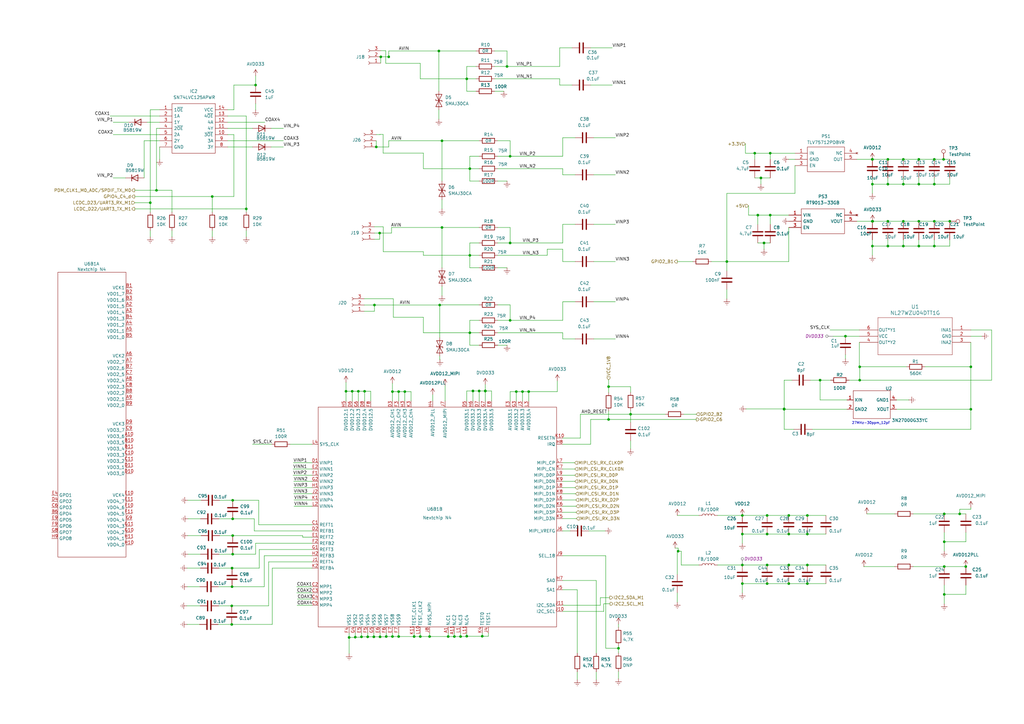
<source format=kicad_sch>
(kicad_sch (version 20230819) (generator eeschema)
  (paper "A3")
  (junction (at 196.5209 160.3586))
  (junction (at 183.8209 261.0696))
  (junction (at 156.1875 23.3142))
  (junction (at 188.9009 261.0696))
  (junction (at 383.2109 100.9226))
  (junction (at 192.7109 69.1726))
  (junction (at 298.1209 107.2726))
  (junction (at 95.0479 248.4966))
  (junction (at 95.0479 256.1166))
  (junction (at 314.6309 239.3526))
  (junction (at 160.9609 160.6126))
  (junction (at 387.2749 232.3676))
  (junction (at 209.2209 131.4026))
  (junction (at 192.7109 136.4826))
  (junction (at 253.6709 265.8818))
  (junction (at 376.8609 100.9226))
  (junction (at 160.9609 261.0696))
  (junction (at 364.1609 65.3626))
  (junction (at 95.4289 227.2876))
  (junction (at 186.3609 261.0696))
  (junction (at 191.4409 260.9426))
  (junction (at 387.2749 222.2076))
  (junction (at 95.1749 233.0026))
  (junction (at 357.8109 100.9226))
  (junction (at 370.5109 65.3626))
  (junction (at 387.0012 65.3626))
  (junction (at 95.4289 205.1896))
  (junction (at 383.2109 75.5226))
  (junction (at 155.8809 261.1966))
  (junction (at 398.1969 167.8516))
  (junction (at 364.1609 100.9226))
  (junction (at 310.8209 88.2226))
  (junction (at 323.5209 219.0326))
  (junction (at 304.4709 239.3526))
  (junction (at 207.9509 27.2626))
  (junction (at 398.1969 150.4526))
  (junction (at 304.4709 211.4126))
  (junction (at 357.8109 75.5226))
  (junction (at 209.2209 64.0926))
  (junction (at 387.2749 243.7976))
  (junction (at 249.6069 172.0426))
  (junction (at 181.2809 93.3026))
  (junction (at 314.6309 219.0326))
  (junction (at 199.0533 160.3586))
  (junction (at 357.7962 65.3626))
  (junction (at 101.0169 85.6826))
  (junction (at 180.34 125.1024))
  (junction (at 357.8109 90.7626))
  (junction (at 193.9809 160.3586))
  (junction (at 166.0409 160.6126))
  (junction (at 370.5109 75.5226))
  (junction (at 169.8509 261.0696))
  (junction (at 312.0909 72.9826))
  (junction (at 314.6309 231.7326))
  (junction (at 249.6069 158.5806))
  (junction (at 336.3479 155.9136))
  (junction (at 141.9109 160.4856))
  (junction (at 331.1409 219.0326))
  (junction (at 376.8609 75.5226))
  (junction (at 148.2609 261.1966))
  (junction (at 163.5009 261.0696))
  (junction (at 181.2809 57.7426))
  (junction (at 150.8009 261.1966))
  (junction (at 145.7209 261.3236))
  (junction (at 197.7909 260.9426))
  (junction (at 199.0609 160.3586))
  (junction (at 321.6159 167.8516))
  (junction (at 323.5209 239.3526))
  (junction (at 346.7619 137.8796))
  (junction (at 357.8819 90.7626))
  (junction (at 370.5109 90.7626))
  (junction (at 323.5209 231.7326))
  (junction (at 211.7609 160.6126))
  (junction (at 191.4409 32.3426))
  (junction (at 370.5109 100.9226))
  (junction (at 163.5009 160.6126))
  (junction (at 153.5825 125.1024))
  (junction (at 95.1749 240.6226))
  (junction (at 149.5309 160.4856))
  (junction (at 192.7109 104.7326))
  (junction (at 104.8269 34.8826))
  (junction (at 180.0109 20.9126))
  (junction (at 315.9009 88.2226))
  (junction (at 214.3009 160.6126))
  (junction (at 315.9009 62.8226))
  (junction (at 172.3909 261.0696))
  (junction (at 331.1409 211.4126))
  (junction (at 314.6309 211.4126))
  (junction (at 144.4509 160.4856))
  (junction (at 159.4369 23.3142))
  (junction (at 321.6159 167.7246))
  (junction (at 95.4289 219.6676))
  (junction (at 387.2749 210.7776))
  (junction (at 87.0469 80.6026))
  (junction (at 209.2209 99.6526))
  (junction (at 364.1609 90.7626))
  (junction (at 352.6039 155.9136))
  (junction (at 304.4709 219.0326))
  (junction (at 383.2109 65.3626))
  (junction (at 176.2009 261.0696))
  (junction (at 313.3609 99.6526))
  (junction (at 331.1409 231.7326))
  (junction (at 357.8109 65.3626))
  (junction (at 61.6469 83.1426))
  (junction (at 154.3257 60.2625))
  (junction (at 158.4209 261.0696))
  (junction (at 95.4289 212.8096))
  (junction (at 153.3409 261.1966))
  (junction (at 364.1609 75.5226))
  (junction (at 389.5609 90.7626))
  (junction (at 323.5209 211.4126))
  (junction (at 64.1869 78.0626))
  (junction (at 376.8609 65.3626))
  (junction (at 304.4709 231.7326))
  (junction (at 146.9909 160.4856))
  (junction (at 309.5509 62.8226))
  (junction (at 393.6198 210.7776))
  (junction (at 396.1133 232.3676))
  (junction (at 376.8609 90.7626))
  (junction (at 216.8409 160.6126))
  (junction (at 383.2109 90.7626))
  (junction (at 155.7143 95.5828))
  (junction (at 352.6039 150.4526))
  (junction (at 143.1809 261.4506))
  (junction (at 278.13 226.06))
  (junction (at 258.6239 169.8836))
  (junction (at 331.1409 239.3526))
  (wire (pts (xy 121.7179 243.1626) (xy 127.9409 243.1626)))
  (wire (pts (xy 294.3109 231.7326) (xy 304.4709 231.7326)))
  (wire (pts (xy 258.6239 169.8836) (xy 258.6239 173.1856)))
  (wire (pts (xy 246.253 245.11) (xy 246.253 248.2426)))
  (wire (pts (xy 192.7109 69.1726) (xy 192.7109 74.2526)))
  (wire (pts (xy 106.3509 233.0026) (xy 95.1749 233.0026)))
  (wire (pts (xy 258.6239 169.8836) (xy 272.8479 169.8836)))
  (wire (pts (xy 230.8109 139.0226) (xy 235.8909 139.0226)))
  (wire (pts (xy 145.7209 259.6726) (xy 145.7209 261.3236)))
  (wire (pts (xy 230.8109 207.6026) (xy 236.2719 207.6026)))
  (wire (pts (xy 249.6069 172.0426) (xy 285.5479 172.0426)))
  (wire (pts (xy 93.3969 45.0426) (xy 95.9369 45.0426)))
  (wire (pts (xy 46.4069 72.9826) (xy 51.4869 72.9826)))
  (wire (pts (xy 153.3409 259.6726) (xy 153.3409 261.1966)))
  (wire (pts (xy 238.0499 179.6626) (xy 230.8109 179.6626)))
  (wire (pts (xy 181.2809 117.4326) (xy 181.2809 121.2426)))
  (wire (pts (xy 173.6609 130.1326) (xy 173.6609 136.4826)))
  (wire (pts (xy 155.8555 55.1437) (xy 157.1255 55.1437)))
  (wire (pts (xy 93.3969 50.1226) (xy 108.6369 50.1226)))
  (wire (pts (xy 163.5009 160.6126) (xy 163.5009 164.4226)))
  (wire (pts (xy 383.2109 90.7626) (xy 389.5609 90.7626)))
  (wire (pts (xy 323.5209 65.3626) (xy 326.0609 65.3626)))
  (wire (pts (xy 153.5674 93.0428) (xy 157.1917 93.0428)))
  (wire (pts (xy 173.6609 103.2086) (xy 173.6609 104.7326)))
  (wire (pts (xy 209.2209 131.4026) (xy 230.8109 131.4026)))
  (wire (pts (xy 181.2809 57.7426) (xy 181.2809 74.2526)))
  (wire (pts (xy 120.1939 194.9026) (xy 127.9409 194.9026)))
  (wire (pts (xy 242.2409 34.8826) (xy 251.1309 34.8826)))
  (wire (pts (xy 309.5509 62.8226) (xy 309.5509 65.3626)))
  (wire (pts (xy 278.13 224.79) (xy 278.13 226.06)))
  (wire (pts (xy 104.8269 227.2876) (xy 95.4289 227.2876)))
  (wire (pts (xy 110.1609 230.4626) (xy 127.9409 230.4626)))
  (wire (pts (xy 95.4289 219.6676) (xy 124.1309 219.6676)))
  (wire (pts (xy 93.3969 52.6626) (xy 103.5569 52.6626)))
  (wire (pts (xy 127.9409 215.2226) (xy 106.0969 215.2226)))
  (wire (pts (xy 244.5269 275.5476) (xy 244.5269 278.7226)))
  (wire (pts (xy 230.8109 136.4826) (xy 230.8109 139.0226)))
  (wire (pts (xy 181.2809 81.8726) (xy 181.2809 85.6826)))
  (wire (pts (xy 180.34 146.05) (xy 180.34 147.4333)))
  (wire (pts (xy 200.3309 259.6726) (xy 200.3309 260.9426)))
  (wire (pts (xy 95.0479 248.4966) (xy 110.1609 248.4966)))
  (wire (pts (xy 155.7143 95.5828) (xy 155.7143 98.1228)))
  (wire (pts (xy 376.8609 98.3826) (xy 376.8609 100.9226)))
  (wire (pts (xy 160.9609 259.6726) (xy 160.9609 261.0696)))
  (wire (pts (xy 127.9409 222.8426) (xy 104.8269 222.8426)))
  (wire (pts (xy 207.9509 20.9126) (xy 207.9509 27.2626)))
  (wire (pts (xy 120.3209 189.8226) (xy 127.9409 189.8226)))
  (wire (pts (xy 230.8109 189.8226) (xy 235.6369 189.8226)))
  (wire (pts (xy 202.8709 27.2626) (xy 207.9509 27.2626)))
  (wire (pts (xy 160.9609 160.6126) (xy 163.5009 160.6126)))
  (wire (pts (xy 197.7909 260.9426) (xy 191.4409 260.9426)))
  (wire (pts (xy 159.4369 23.3142) (xy 159.4369 23.4526)))
  (wire (pts (xy 253.6709 255.9896) (xy 253.6709 257.2596)))
  (wire (pts (xy 196.5209 131.4026) (xy 192.7109 131.4026)))
  (wire (pts (xy 55.2969 83.1426) (xy 61.6469 83.1426)))
  (wire (pts (xy 370.5109 98.3826) (xy 370.5109 100.9226)))
  (wire (pts (xy 336.3479 155.9136) (xy 336.3479 164.0416)))
  (wire (pts (xy 160.5799 95.5828) (xy 155.7143 95.5828)))
  (wire (pts (xy 278.13 226.1198) (xy 278.13 226.06)))
  (wire (pts (xy 172.3909 259.6726) (xy 172.3909 261.0696)))
  (wire (pts (xy 149.5309 160.4856) (xy 152.0709 160.4856)))
  (wire (pts (xy 277.8009 226.1198) (xy 277.8009 235.5426)))
  (wire (pts (xy 258.6239 180.8056) (xy 258.6239 184.1076)))
  (wire (pts (xy 294.3109 211.4126) (xy 304.4709 211.4126)))
  (wire (pts (xy 204.1409 93.3026) (xy 209.2209 93.3026)))
  (wire (pts (xy 111.1769 60.2826) (xy 116.2569 60.2826)))
  (wire (pts (xy 204.1409 57.7426) (xy 209.2209 57.7426)))
  (wire (pts (xy 156.1875 20.7742) (xy 158.2408 20.7742)))
  (wire (pts (xy 243.5109 92.0326) (xy 252.4009 92.0326)))
  (wire (pts (xy 354.33 232.41) (xy 354.33 232.3676)))
  (wire (pts (xy 196.5209 64.0926) (xy 192.7109 64.0926)))
  (wire (pts (xy 211.7609 160.6126) (xy 214.3009 160.6126)))
  (wire (pts (xy 95.0479 256.1166) (xy 111.6849 256.1166)))
  (wire (pts (xy 173.6609 62.7838) (xy 173.6609 69.1726)))
  (wire (pts (xy 191.4409 27.2626) (xy 191.4409 32.3426)))
  (wire (pts (xy 364.1609 65.3626) (xy 370.5109 65.3626)))
  (wire (pts (xy 143.1809 261.4506) (xy 143.1809 268.0546)))
  (wire (pts (xy 120.1939 192.3626) (xy 127.9409 192.3626)))
  (wire (pts (xy 331.1409 219.0326) (xy 338.7609 219.0326)))
  (wire (pts (xy 230.8109 56.4726) (xy 230.8109 64.0926)))
  (wire (pts (xy 370.5109 65.3626) (xy 376.8609 65.3626)))
  (wire (pts (xy 207.9509 27.2626) (xy 229.5409 27.2626)))
  (wire (pts (xy 312.0909 72.9826) (xy 312.0909 75.5226)))
  (wire (pts (xy 277.8009 211.4126) (xy 286.6909 211.4126)))
  (wire (pts (xy 183.8209 259.6726) (xy 183.8209 261.0696)))
  (wire (pts (xy 243.5109 123.7826) (xy 252.4009 123.7826)))
  (wire (pts (xy 383.2109 98.3826) (xy 383.2109 100.9226)))
  (wire (pts (xy 191.4409 37.4226) (xy 195.2509 37.4226)))
  (wire (pts (xy 357.8109 90.7626) (xy 357.8819 90.7626)))
  (wire (pts (xy 258.6239 160.8666) (xy 258.6239 158.5806)))
  (wire (pts (xy 304.4709 211.4126) (xy 314.6309 211.4126)))
  (wire (pts (xy 204.1409 125.0526) (xy 209.2209 125.0526)))
  (wire (pts (xy 169.8509 261.0696) (xy 163.5009 261.0696)))
  (wire (pts (xy 310.8209 88.2226) (xy 310.8209 92.0326)))
  (wire (pts (xy 276.86 224.79) (xy 278.13 224.79)))
  (wire (pts (xy 192.7109 109.8126) (xy 196.5209 109.8126)))
  (wire (pts (xy 346.7619 137.8796) (xy 352.4769 137.8796)))
  (wire (pts (xy 258.6239 158.5806) (xy 249.6069 158.5806)))
  (wire (pts (xy 89.4599 256.1166) (xy 95.0479 256.1166)))
  (wire (pts (xy 124.1309 219.6676) (xy 124.1309 220.3026)))
  (wire (pts (xy 244.5269 238.0826) (xy 244.5269 267.9276)))
  (wire (pts (xy 228.6 156.21) (xy 228.6 160.6126)))
  (wire (pts (xy 192.7109 136.4826) (xy 192.7109 141.5626)))
  (wire (pts (xy 104.8269 42.5026) (xy 104.8269 45.0426)))
  (wire (pts (xy 253.6709 264.8796) (xy 253.6709 265.8818)))
  (wire (pts (xy 157.1917 103.2086) (xy 173.6609 103.2086)))
  (wire (pts (xy 95.4289 212.8096) (xy 104.3189 212.8096)))
  (wire (pts (xy 173.6609 69.1726) (xy 192.7109 69.1726)))
  (wire (pts (xy 127.9409 233.0026) (xy 111.6849 233.0026)))
  (wire (pts (xy 89.8409 233.0026) (xy 95.1749 233.0026)))
  (wire (pts (xy 323.5209 88.2226) (xy 315.9009 88.2226)))
  (wire (pts (xy 154.3257 57.7225) (xy 154.3257 60.2625)))
  (wire (pts (xy 230.8109 241.8926) (xy 236.7799 241.8926)))
  (wire (pts (xy 89.8409 212.8096) (xy 95.4289 212.8096)))
  (wire (pts (xy 229.5409 34.8826) (xy 234.6209 34.8826)))
  (wire (pts (xy 87.0469 94.5726) (xy 87.0469 97.1126)))
  (wire (pts (xy 120.5749 207.6026) (xy 127.9409 207.6026)))
  (wire (pts (xy 176.2009 261.0696) (xy 172.3909 261.0696)))
  (wire (pts (xy 61.6469 94.5726) (xy 61.6469 97.1126)))
  (wire (pts (xy 230.8109 238.0826) (xy 244.5269 238.0826)))
  (wire (pts (xy 150.8009 259.6726) (xy 150.8009 261.1966)))
  (wire (pts (xy 120.4479 202.5226) (xy 127.9409 202.5226)))
  (wire (pts (xy 230.8109 182.2026) (xy 242.2409 182.2026)))
  (wire (pts (xy 216.8409 160.6126) (xy 216.8409 164.4226)))
  (wire (pts (xy 305.9949 167.7246) (xy 321.6159 167.7246)))
  (wire (pts (xy 124.1309 220.3026) (xy 127.9409 220.3026)))
  (wire (pts (xy 247.65 247.65) (xy 250.19 247.65)))
  (wire (pts (xy 156.1875 25.8542) (xy 156.1875 23.3142)))
  (wire (pts (xy 149.4067 122.5624) (xy 161.3419 122.5624)))
  (wire (pts (xy 95.1749 240.6226) (xy 108.3829 240.6226)))
  (wire (pts (xy 90.0949 219.6676) (xy 95.4289 219.6676)))
  (wire (pts (xy 379.4009 150.4526) (xy 398.1969 150.4526)))
  (wire (pts (xy 309.5509 62.8226) (xy 305.7409 62.8226)))
  (wire (pts (xy 253.6709 275.4206) (xy 253.6709 278.3416)))
  (wire (pts (xy 291.7709 107.2726) (xy 298.1209 107.2726)))
  (wire (pts (xy 348.2859 155.9136) (xy 352.6039 155.9136)))
  (wire (pts (xy 243.5109 107.2726) (xy 252.4009 107.2726)))
  (wire (pts (xy 326.0609 79.3326) (xy 298.1209 79.3326)))
  (wire (pts (xy 196.5209 57.7426) (xy 181.2809 57.7426)))
  (wire (pts (xy 199.0533 157.7072) (xy 199.0533 160.3586)))
  (wire (pts (xy 314.6309 239.3526) (xy 323.5209 239.3526)))
  (wire (pts (xy 155.8555 55.1825) (xy 154.3257 55.1825)))
  (wire (pts (xy 148.2609 259.6726) (xy 148.2609 261.1966)))
  (wire (pts (xy 192.7109 136.4826) (xy 196.5209 136.4826)))
  (wire (pts (xy 230.8109 192.3626) (xy 235.7639 192.3626)))
  (wire (pts (xy 253.6709 265.8818) (xy 253.6709 267.8006)))
  (wire (pts (xy 321.6159 167.8516) (xy 347.3969 167.8516)))
  (wire (pts (xy 160.5799 93.3026) (xy 160.5799 95.5828)))
  (wire (pts (xy 153.3409 261.1966) (xy 155.8809 261.1966)))
  (wire (pts (xy 374.5749 210.7776) (xy 387.2749 210.7776)))
  (wire (pts (xy 160.9609 157.1836) (xy 160.9609 160.6126)))
  (wire (pts (xy 230.8109 194.9026) (xy 235.7639 194.9026)))
  (wire (pts (xy 249.6069 155.7866) (xy 249.6069 158.5806)))
  (wire (pts (xy 376.8609 100.9226) (xy 383.2109 100.9226)))
  (wire (pts (xy 177.4709 161.8826) (xy 177.4709 164.4226)))
  (wire (pts (xy 191.4409 259.6726) (xy 191.4409 260.9426)))
  (wire (pts (xy 95.9369 55.2026) (xy 95.9369 80.6026)))
  (wire (pts (xy 376.8609 75.5226) (xy 383.2109 75.5226)))
  (wire (pts (xy 248.4632 227.9226) (xy 230.8109 227.9226)))
  (wire (pts (xy 143.1809 259.6726) (xy 143.1809 261.4506)))
  (wire (pts (xy 188.9009 259.6726) (xy 188.9009 261.0696)))
  (wire (pts (xy 230.8109 71.7126) (xy 235.8909 71.7126)))
  (wire (pts (xy 214.3009 160.6126) (xy 214.3009 164.4226)))
  (wire (pts (xy 248.4632 265.8818) (xy 248.4632 227.9226)))
  (wire (pts (xy 211.7609 160.6126) (xy 211.7609 164.4226)))
  (wire (pts (xy 158.4209 259.6726) (xy 158.4209 261.0696)))
  (wire (pts (xy 145.7209 261.4506) (xy 143.1809 261.4506)))
  (wire (pts (xy 230.8109 107.2726) (xy 235.8909 107.2726)))
  (wire (pts (xy 149.4067 125.1024) (xy 153.5825 125.1024)))
  (wire (pts (xy 155.7143 95.5828) (xy 153.5674 95.5828)))
  (wire (pts (xy 90.0949 205.1896) (xy 95.4289 205.1896)))
  (wire (pts (xy 181.2809 93.3026) (xy 181.2809 109.8126)))
  (wire (pts (xy 64.1869 78.0626) (xy 70.5369 78.0626)))
  (wire (pts (xy 186.3609 261.0696) (xy 183.8209 261.0696)))
  (wire (pts (xy 104.8269 222.8426) (xy 104.8269 227.2876)))
  (wire (pts (xy 325.5529 176.1066) (xy 321.6159 176.1066)))
  (wire (pts (xy 364.1609 75.5226) (xy 370.5109 75.5226)))
  (wire (pts (xy 180.0109 45.0426) (xy 180.0109 48.8526)))
  (wire (pts (xy 55.2969 80.6026) (xy 87.0469 80.6026)))
  (wire (pts (xy 95.9369 80.6026) (xy 87.0469 80.6026)))
  (wire (pts (xy 352.6039 155.9136) (xy 406.7059 155.9136)))
  (wire (pts (xy 155.8809 259.6726) (xy 155.8809 261.1966)))
  (wire (pts (xy 45.1369 47.5826) (xy 65.4569 47.5826)))
  (wire (pts (xy 242.2409 19.6426) (xy 251.1309 19.6426)))
  (wire (pts (xy 172.3909 32.3426) (xy 191.4409 32.3426)))
  (wire (pts (xy 374.5749 232.3676) (xy 387.2749 232.3676)))
  (wire (pts (xy 163.5009 259.6726) (xy 163.5009 261.0696)))
  (wire (pts (xy 238.0499 169.8836) (xy 258.6239 169.8836)))
  (wire (pts (xy 204.1409 99.6526) (xy 209.2209 99.6526)))
  (wire (pts (xy 364.1609 100.9226) (xy 370.5109 100.9226)))
  (wire (pts (xy 191.4409 32.3426) (xy 191.4409 37.4226)))
  (wire (pts (xy 159.4369 57.7426) (xy 159.4369 60.2826)))
  (wire (pts (xy 93.3969 47.5826) (xy 101.0169 47.5826)))
  (wire (pts (xy 396.1649 222.2076) (xy 387.2749 222.2076)))
  (wire (pts (xy 120.4479 199.9826) (xy 127.9409 199.9826)))
  (wire (pts (xy 191.4409 260.9426) (xy 191.4409 261.0696)))
  (wire (pts (xy 173.6609 104.7326) (xy 192.7109 104.7326)))
  (wire (pts (xy 196.5209 93.3026) (xy 181.2809 93.3026)))
  (wire (pts (xy 76.8869 240.6226) (xy 81.9669 240.6226)))
  (wire (pts (xy 383.2109 75.5226) (xy 389.5609 75.5226)))
  (wire (pts (xy 376.8609 72.9826) (xy 376.8609 75.5226)))
  (wire (pts (xy 192.7109 99.6526) (xy 192.7109 104.7326)))
  (wire (pts (xy 195.2509 20.9126) (xy 180.0109 20.9126)))
  (wire (pts (xy 209.2209 64.0926) (xy 230.8109 64.0926)))
  (wire (pts (xy 230.8109 102.1926) (xy 230.8109 107.2726)))
  (wire (pts (xy 89.8409 227.2876) (xy 95.4289 227.2876)))
  (wire (pts (xy 161.3419 130.1326) (xy 173.6609 130.1326)))
  (wire (pts (xy 230.8109 205.0626) (xy 236.1449 205.0626)))
  (wire (pts (xy 154.3257 60.2625) (xy 154.3257 60.2826)))
  (wire (pts (xy 89.5869 240.6226) (xy 95.1749 240.6226)))
  (wire (pts (xy 77.0139 219.6676) (xy 82.4749 219.6676)))
  (wire (pts (xy 176.2009 259.6726) (xy 176.2009 261.0696)))
  (wire (pts (xy 387.2749 222.2076) (xy 387.2749 218.3976)))
  (wire (pts (xy 230.8109 212.6826) (xy 236.3989 212.6826)))
  (wire (pts (xy 192.7109 141.5626) (xy 196.5209 141.5626)))
  (wire (pts (xy 357.8109 75.5226) (xy 357.8109 79.3326)))
  (wire (pts (xy 59.1069 57.7426) (xy 59.1069 72.9826)))
  (wire (pts (xy 209.2209 57.7426) (xy 209.2209 64.0926)))
  (wire (pts (xy 152.0709 160.4856) (xy 152.0709 164.4226)))
  (wire (pts (xy 157.1255 55.1437) (xy 157.1255 62.7838)))
  (wire (pts (xy 89.7139 248.4966) (xy 95.0479 248.4966)))
  (wire (pts (xy 398.1969 208.1619) (xy 398.1969 208.8726)))
  (wire (pts (xy 172.3909 261.0696) (xy 169.8509 261.0696)))
  (wire (pts (xy 61.6469 83.1426) (xy 61.6469 86.9526)))
  (wire (pts (xy 127.9409 245.7026) (xy 121.9719 245.7026)))
  (wire (pts (xy 166.0409 160.6126) (xy 168.5809 160.6126)))
  (wire (pts (xy 160.9609 164.4226) (xy 160.9609 160.6126)))
  (wire (pts (xy 155.7143 98.1228) (xy 153.5674 98.1228)))
  (wire (pts (xy 61.6469 45.0426) (xy 61.6469 83.1426)))
  (wire (pts (xy 323.5209 239.3526) (xy 331.1409 239.3526)))
  (wire (pts (xy 383.2109 100.9226) (xy 389.5609 100.9226)))
  (wire (pts (xy 157.1255 62.7838) (xy 173.6609 62.7838)))
  (wire (pts (xy 95.9369 34.8826) (xy 104.8269 34.8826)))
  (wire (pts (xy 331.1409 231.7326) (xy 338.7609 231.7326)))
  (wire (pts (xy 224.4609 104.7326) (xy 204.1409 104.7326)))
  (wire (pts (xy 304.4709 239.3526) (xy 304.4709 243.1626)))
  (wire (pts (xy 192.7109 69.1726) (xy 196.5209 69.1726)))
  (wire (pts (xy 321.6159 167.8516) (xy 321.6159 176.1066)))
  (wire (pts (xy 166.0409 160.6126) (xy 166.0409 164.4226)))
  (wire (pts (xy 127.9409 225.3826) (xy 106.3509 225.3826)))
  (wire (pts (xy 149.5309 160.4856) (xy 149.5309 164.4226)))
  (wire (pts (xy 199.0609 160.3586) (xy 199.0609 164.4226)))
  (wire (pts (xy 315.9009 62.8226) (xy 315.9009 65.3626)))
  (wire (pts (xy 336.3479 155.9136) (xy 340.6659 155.9136)))
  (wire (pts (xy 235.8909 92.0326) (xy 230.8109 92.0326)))
  (wire (pts (xy 364.1609 72.9826) (xy 364.1609 75.5226)))
  (wire (pts (xy 149.4067 127.6424) (xy 153.5825 127.6424)))
  (wire (pts (xy 393.6198 210.7776) (xy 396.1649 210.7776)))
  (wire (pts (xy 157.1917 93.0428) (xy 157.1917 103.2086)))
  (wire (pts (xy 191.4409 160.3586) (xy 193.9809 160.3586)))
  (wire (pts (xy 144.4509 160.4856) (xy 146.9909 160.4856)))
  (wire (pts (xy 196.5209 125.0526) (xy 181.2809 125.0526)))
  (wire (pts (xy 121.7179 240.6226) (xy 127.9409 240.6226)))
  (wire (pts (xy 280.4679 169.8836) (xy 285.5479 169.8836)))
  (wire (pts (xy 192.7109 74.2526) (xy 196.5209 74.2526)))
  (wire (pts (xy 230.8109 197.4426) (xy 235.7639 197.4426)))
  (wire (pts (xy 159.4369 20.9126) (xy 180.0109 20.9126)))
  (wire (pts (xy 230.8109 69.1726) (xy 230.8109 71.7126)))
  (wire (pts (xy 279.4 231.7326) (xy 286.6909 231.7326)))
  (wire (pts (xy 310.8209 88.2226) (xy 315.9009 88.2226)))
  (wire (pts (xy 367.7169 167.8516) (xy 398.1969 167.8516)))
  (wire (pts (xy 168.5809 160.6126) (xy 168.5809 164.4226)))
  (wire (pts (xy 230.8109 210.1426) (xy 236.2719 210.1426)))
  (wire (pts (xy 106.3509 225.3826) (xy 106.3509 233.0026)))
  (wire (pts (xy 197.7909 259.6726) (xy 197.7909 260.9426)))
  (wire (pts (xy 387.2749 243.7976) (xy 387.2749 247.6076)))
  (wire (pts (xy 387.2749 232.3676) (xy 396.1133 232.3676)))
  (wire (pts (xy 355.5249 210.7776) (xy 366.9549 210.7776)))
  (wire (pts (xy 110.1609 248.4966) (xy 110.1609 230.4626)))
  (wire (pts (xy 298.1209 79.3326) (xy 298.1209 107.2726)))
  (wire (pts (xy 228.6 160.6126) (xy 216.8409 160.6126)))
  (wire (pts (xy 396.1649 243.7976) (xy 387.2749 243.7976)))
  (wire (pts (xy 155.8555 55.1437) (xy 155.8555 55.1825)))
  (wire (pts (xy 246.253 245.11) (xy 250.063 245.11)))
  (wire (pts (xy 364.1609 90.7626) (xy 370.5109 90.7626)))
  (wire (pts (xy 253.6709 265.8818) (xy 248.4632 265.8818)))
  (wire (pts (xy 65.4569 45.0426) (xy 61.6469 45.0426)))
  (wire (pts (xy 159.4369 57.7426) (xy 181.2809 57.7426)))
  (wire (pts (xy 321.6159 167.7246) (xy 321.6159 167.8516)))
  (wire (pts (xy 352.4769 150.4526) (xy 352.6039 150.4526)))
  (wire (pts (xy 70.5369 78.0626) (xy 70.5369 86.9526)))
  (wire (pts (xy 304.4709 219.0326) (xy 304.4709 222.8426)))
  (wire (pts (xy 242.2409 172.0426) (xy 249.6069 172.0426)))
  (wire (pts (xy 204.1409 64.0926) (xy 209.2209 64.0926)))
  (wire (pts (xy 389.5609 100.9226) (xy 389.5609 98.3826)))
  (wire (pts (xy 70.5369 94.5726) (xy 70.5369 97.1126)))
  (wire (pts (xy 199.0533 160.3586) (xy 199.0609 160.3586)))
  (wire (pts (xy 201.6009 160.3586) (xy 201.6009 164.4226)))
  (wire (pts (xy 141.9109 164.4226) (xy 141.9109 160.4856)))
  (wire (pts (xy 161.3419 122.5624) (xy 161.3419 130.1326)))
  (wire (pts (xy 333.1729 176.1066) (xy 398.1969 176.1066)))
  (wire (pts (xy 146.9909 160.4856) (xy 149.5309 160.4856)))
  (wire (pts (xy 351.4609 90.7626) (xy 357.8109 90.7626)))
  (wire (pts (xy 159.4369 20.9126) (xy 159.4369 23.3142)))
  (wire (pts (xy 163.5009 261.0696) (xy 160.9609 261.0696)))
  (wire (pts (xy 192.7109 104.7326) (xy 196.5209 104.7326)))
  (wire (pts (xy 314.6309 211.4126) (xy 323.5209 211.4126)))
  (wire (pts (xy 111.6849 233.0026) (xy 111.6849 256.1166)))
  (wire (pts (xy 188.9009 261.0696) (xy 186.3609 261.0696)))
  (wire (pts (xy 396.1649 218.3976) (xy 396.1649 222.2076)))
  (wire (pts (xy 340.4119 135.3396) (xy 352.4769 135.3396)))
  (wire (pts (xy 370.5109 100.9226) (xy 376.8609 100.9226)))
  (wire (pts (xy 243.5109 56.4726) (xy 252.4009 56.4726)))
  (wire (pts (xy 326.0609 67.9026) (xy 326.0609 79.3326)))
  (wire (pts (xy 258.6239 168.4866) (xy 258.6239 169.8836)))
  (wire (pts (xy 76.7599 256.1166) (xy 81.8399 256.1166)))
  (wire (pts (xy 323.5209 219.0326) (xy 331.1409 219.0326)))
  (wire (pts (xy 235.8909 123.7826) (xy 230.8109 123.7826)))
  (wire (pts (xy 202.8709 20.9126) (xy 207.9509 20.9126)))
  (wire (pts (xy 191.4409 261.0696) (xy 188.9009 261.0696)))
  (wire (pts (xy 393.6249 208.8726) (xy 393.6198 210.7776)))
  (wire (pts (xy 376.8609 65.3626) (xy 383.2109 65.3626)))
  (wire (pts (xy 230.8109 92.0326) (xy 230.8109 99.6526)))
  (wire (pts (xy 304.4709 231.7326) (xy 314.6309 231.7326)))
  (wire (pts (xy 352.4769 140.4196) (xy 352.4769 150.4526)))
  (wire (pts (xy 204.1409 74.2526) (xy 207.9509 74.2526)))
  (wire (pts (xy 200.3309 260.9426) (xy 197.7909 260.9426)))
  (wire (pts (xy 323.5209 231.7326) (xy 331.1409 231.7326)))
  (wire (pts (xy 230.8109 202.5226) (xy 236.0179 202.5226)))
  (wire (pts (xy 158.4209 261.1966) (xy 155.8809 261.1966)))
  (wire (pts (xy 46.4069 55.2026) (xy 65.4569 55.2026)))
  (wire (pts (xy 145.7209 261.3236) (xy 145.7209 261.4506)))
  (wire (pts (xy 108.3829 227.9226) (xy 127.9409 227.9226)))
  (wire (pts (xy 77.1409 227.2876) (xy 82.2209 227.2876)))
  (wire (pts (xy 95.9369 45.0426) (xy 95.9369 34.8826)))
  (wire (pts (xy 101.0169 47.5826) (xy 101.0169 85.6826)))
  (wire (pts (xy 387.2749 222.2076) (xy 387.2749 226.0176)))
  (wire (pts (xy 93.3969 60.2826) (xy 103.5569 60.2826)))
  (wire (pts (xy 202.8709 32.3426) (xy 229.5409 32.3426)))
  (wire (pts (xy 169.8509 259.6726) (xy 169.8509 261.0696)))
  (wire (pts (xy 243.5109 71.7126) (xy 252.4009 71.7126)))
  (wire (pts (xy 304.4709 219.0326) (xy 314.6309 219.0326)))
  (wire (pts (xy 331.1409 211.4126) (xy 338.7609 211.4126)))
  (wire (pts (xy 312.0909 72.9826) (xy 315.9009 72.9826)))
  (wire (pts (xy 160.9609 261.0696) (xy 158.4209 261.0696)))
  (wire (pts (xy 367.7169 164.0416) (xy 372.7159 164.0416)))
  (wire (pts (xy 180.34 147.4333) (xy 180.45 147.4333)))
  (wire (pts (xy 396.1649 239.9876) (xy 396.1649 243.7976)))
  (wire (pts (xy 104.8269 31.0886) (xy 104.8269 34.8826)))
  (wire (pts (xy 354.33 232.3676) (xy 366.9549 232.3676)))
  (wire (pts (xy 173.6609 136.4826) (xy 192.7109 136.4826)))
  (wire (pts (xy 77.1409 212.8096) (xy 82.2209 212.8096)))
  (wire (pts (xy 196.5209 160.3586) (xy 196.5209 164.4226)))
  (wire (pts (xy 180.34 125.1024) (xy 181.2809 125.1024)))
  (wire (pts (xy 313.3609 99.6526) (xy 313.3609 102.1926)))
  (wire (pts (xy 305.7409 59.0126) (xy 305.7409 62.8226)))
  (wire (pts (xy 383.2109 65.3626) (xy 387.0012 65.3626)))
  (wire (pts (xy 323.5209 107.2726) (xy 323.5209 93.3026)))
  (wire (pts (xy 111.1769 52.6626) (xy 116.2569 52.6626)))
  (wire (pts (xy 230.8109 217.7626) (xy 233.8589 217.7626)))
  (wire (pts (xy 104.3189 217.7626) (xy 127.9409 217.7626)))
  (wire (pts (xy 204.1409 136.4826) (xy 230.8109 136.4826)))
  (wire (pts (xy 180.0109 20.9126) (xy 180.0109 37.4226)))
  (wire (pts (xy 204.1409 141.5626) (xy 207.9509 141.5626)))
  (wire (pts (xy 76.6329 248.4966) (xy 82.0939 248.4966)))
  (wire (pts (xy 314.6309 231.7326) (xy 323.5209 231.7326)))
  (wire (pts (xy 60.3769 50.1226) (xy 65.4569 50.1226)))
  (wire (pts (xy 153.3409 261.1966) (xy 150.8009 261.1966)))
  (wire (pts (xy 370.5109 75.5226) (xy 376.8609 75.5226)))
  (wire (pts (xy 321.6159 155.9136) (xy 324.7909 155.9136)))
  (wire (pts (xy 120.4479 197.4426) (xy 127.9409 197.4426)))
  (wire (pts (xy 243.5109 139.0226) (xy 252.4009 139.0226)))
  (wire (pts (xy 55.2969 85.6826) (xy 101.0169 85.6826)))
  (wire (pts (xy 298.1209 107.2726) (xy 323.5209 107.2726)))
  (wire (pts (xy 141.9109 160.4856) (xy 144.4509 160.4856)))
  (wire (pts (xy 398.1969 167.8516) (xy 398.1969 176.1066)))
  (wire (pts (xy 65.4569 52.6626) (xy 64.1869 52.6626)))
  (wire (pts (xy 229.5409 19.6426) (xy 229.5409 27.2626)))
  (wire (pts (xy 192.7109 104.7326) (xy 192.7109 109.8126)))
  (wire (pts (xy 65.4569 57.7426) (xy 59.1069 57.7426)))
  (wire (pts (xy 383.2109 72.9826) (xy 383.2109 75.5226)))
  (wire (pts (xy 101.0169 85.6826) (xy 101.0169 86.9526)))
  (wire (pts (xy 46.4069 50.1226) (xy 52.7569 50.1226)))
  (wire (pts (xy 204.1409 109.8126) (xy 207.9509 109.8126)))
  (wire (pts (xy 277.8009 243.1626) (xy 277.8009 246.9726)))
  (wire (pts (xy 313.3609 99.6526) (xy 315.9009 99.6526)))
  (wire (pts (xy 398.1969 137.8796) (xy 402.6419 137.8796)))
  (wire (pts (xy 307.0109 84.4126) (xy 307.0109 88.2226)))
  (wire (pts (xy 234.6209 19.6426) (xy 229.5409 19.6426)))
  (wire (pts (xy 387.2749 210.7776) (xy 393.6198 210.7776)))
  (wire (pts (xy 144.4509 160.4856) (xy 144.4509 164.4226)))
  (wire (pts (xy 204.1409 69.1726) (xy 230.8109 69.1726)))
  (wire (pts (xy 141.9109 156.8026) (xy 141.9109 160.4856)))
  (wire (pts (xy 229.5409 32.3426) (xy 229.5409 34.8826)))
  (wire (pts (xy 193.9809 160.3586) (xy 196.5209 160.3586)))
  (wire (pts (xy 180.34 125.1024) (xy 180.34 138.43)))
  (wire (pts (xy 150.8009 261.1966) (xy 148.2609 261.1966)))
  (wire (pts (xy 357.8109 98.3826) (xy 357.8109 100.9226)))
  (wire (pts (xy 158.4209 261.0696) (xy 158.4209 261.1966)))
  (wire (pts (xy 186.3609 259.6726) (xy 186.3609 261.0696)))
  (wire (pts (xy 372.7159 164.0416) (xy 372.7159 164.0385)))
  (wire (pts (xy 214.3009 160.6126) (xy 216.8409 160.6126)))
  (wire (pts (xy 242.2409 182.2026) (xy 242.2409 172.0426)))
  (wire (pts (xy 246.253 248.2426) (xy 230.8109 248.2426)))
  (wire (pts (xy 183.8209 261.0696) (xy 176.2009 261.0696)))
  (wire (pts (xy 158.2408 25.9926) (xy 172.3909 25.9926)))
  (wire (pts (xy 192.7109 131.4026) (xy 192.7109 136.4826)))
  (wire (pts (xy 224.4609 102.1926) (xy 224.4609 104.7326)))
  (wire (pts (xy 376.8609 90.7626) (xy 383.2109 90.7626)))
  (wire (pts (xy 352.6039 150.4526) (xy 352.6039 155.9136)))
  (wire (pts (xy 364.1609 98.3826) (xy 364.1609 100.9226)))
  (wire (pts (xy 146.9909 160.4856) (xy 146.9909 164.4226)))
  (wire (pts (xy 93.3969 55.2026) (xy 95.9369 55.2026)))
  (wire (pts (xy 321.6159 155.9136) (xy 321.6159 167.7246)))
  (wire (pts (xy 153.5825 127.6424) (xy 153.5825 125.1024)))
  (wire (pts (xy 357.8109 100.9226) (xy 364.1609 100.9226)))
  (wire (pts (xy 352.6039 150.4526) (xy 371.7809 150.4526)))
  (wire (pts (xy 148.2609 261.1966) (xy 148.2609 261.3236)))
  (wire (pts (xy 236.7799 275.5476) (xy 236.7799 278.7226)))
  (wire (pts (xy 65.4569 60.2826) (xy 65.4569 65.3626)))
  (wire (pts (xy 309.5509 72.9826) (xy 312.0909 72.9826)))
  (wire (pts (xy 398.1969 150.4526) (xy 398.1969 167.8516)))
  (wire (pts (xy 163.5009 160.6126) (xy 166.0409 160.6126)))
  (wire (pts (xy 148.2609 261.3236) (xy 145.7209 261.3236)))
  (wire (pts (xy 196.5209 160.3586) (xy 199.0533 160.3586)))
  (wire (pts (xy 238.0499 169.8836) (xy 238.0499 179.6626)))
  (wire (pts (xy 398.1969 208.8726) (xy 393.6249 208.8726)))
  (wire (pts (xy 357.8819 90.7626) (xy 364.1609 90.7626)))
  (wire (pts (xy 332.4109 155.9136) (xy 336.3479 155.9136)))
  (wire (pts (xy 357.8109 100.9226) (xy 357.8109 104.7326)))
  (wire (pts (xy 101.0169 94.5726) (xy 101.0169 97.1126)))
  (wire (pts (xy 108.3829 240.6226) (xy 108.3829 227.9226)))
  (wire (pts (xy 76.7599 233.0026) (xy 82.2209 233.0026)))
  (wire (pts (xy 389.5609 75.5226) (xy 389.5609 72.9826)))
  (wire (pts (xy 106.0969 205.1896) (xy 95.4289 205.1896)))
  (wire (pts (xy 357.7962 65.3626) (xy 357.8109 65.3626)))
  (wire (pts (xy 209.2209 99.6526) (xy 230.8109 99.6526)))
  (wire (pts (xy 195.2509 27.2626) (xy 191.4409 27.2626)))
  (wire (pts (xy 160.5799 93.3026) (xy 181.2809 93.3026)))
  (wire (pts (xy 298.1209 118.7026) (xy 298.1209 122.5126)))
  (wire (pts (xy 172.3909 25.9926) (xy 172.3909 32.3426)))
  (wire (pts (xy 249.6069 158.5806) (xy 249.6069 160.9936)))
  (wire (pts (xy 55.2969 78.0626) (xy 64.1869 78.0626)))
  (wire (pts (xy 331.1409 239.3526) (xy 338.7609 239.3526)))
  (wire (pts (xy 103.5569 182.2026) (xy 111.4309 182.2026)))
  (wire (pts (xy 357.8109 65.3626) (xy 364.1609 65.3626)))
  (wire (pts (xy 236.7799 241.8926) (xy 236.7799 267.9276)))
  (wire (pts (xy 341.6819 137.8796) (xy 346.7619 137.8796)))
  (wire (pts (xy 192.7109 64.0926) (xy 192.7109 69.1726)))
  (wire (pts (xy 196.5209 99.6526) (xy 192.7109 99.6526)))
  (wire (pts (xy 346.7619 145.4996) (xy 346.7619 147.1506)))
  (wire (pts (xy 191.4409 164.4226) (xy 191.4409 160.3586)))
  (wire (pts (xy 370.5109 72.9826) (xy 370.5109 75.5226)))
  (wire (pts (xy 204.1409 131.4026) (xy 209.2209 131.4026)))
  (wire (pts (xy 406.7059 135.3396) (xy 406.7059 155.9136)))
  (wire (pts (xy 304.4709 239.3526) (xy 314.6309 239.3526)))
  (wire (pts (xy 241.4789 217.7626) (xy 248.2099 217.7626)))
  (wire (pts (xy 209.2209 160.6126) (xy 211.7609 160.6126)))
  (wire (pts (xy 64.1869 52.6626) (xy 64.1869 78.0626)))
  (wire (pts (xy 298.1209 107.2726) (xy 298.1209 111.0826)))
  (wire (pts (xy 277.8009 226.1198) (xy 278.13 226.1198)))
  (wire (pts (xy 235.8909 56.4726) (xy 230.8109 56.4726)))
  (wire (pts (xy 209.2209 164.4226) (xy 209.2209 160.6126)))
  (wire (pts (xy 398.1969 140.4196) (xy 398.1969 150.4526)))
  (wire (pts (xy 357.8109 72.9826) (xy 357.8109 75.5226)))
  (wire (pts (xy 247.65 247.65) (xy 247.65 250.7826)))
  (wire (pts (xy 314.6309 219.0326) (xy 323.5209 219.0326)))
  (wire (pts (xy 120.5749 205.0626) (xy 127.9409 205.0626)))
  (wire (pts (xy 182.5509 158.0726) (xy 182.5509 164.4226)))
  (wire (pts (xy 310.8209 99.6526) (xy 313.3609 99.6526)))
  (wire (pts (xy 396.1133 232.3676) (xy 396.1649 232.3676)))
  (wire (pts (xy 279.4 226.06) (xy 279.4 231.7326)))
  (wire (pts (xy 387.0012 65.3626) (xy 389.5609 65.3626)))
  (wire (pts (xy 202.8709 37.4226) (xy 206.6809 37.4226)))
  (wire (pts (xy 315.9009 88.2226) (xy 315.9009 92.0326)))
  (wire (pts (xy 104.3189 212.8096) (xy 104.3189 217.7626)))
  (wire (pts (xy 77.0139 205.1896) (xy 82.4749 205.1896)))
  (wire (pts (xy 209.2209 93.3026) (xy 209.2209 99.6526)))
  (wire (pts (xy 156.1875 23.3142) (xy 159.4369 23.3142)))
  (wire (pts (xy 398.1969 135.3396) (xy 406.7059 135.3396)))
  (wire (pts (xy 230.8109 123.7826) (xy 230.8109 131.4026)))
  (wire (pts (xy 277.8009 107.2726) (xy 284.1509 107.2726)))
  (wire (pts (xy 159.4369 60.2826) (xy 154.3257 60.2826)))
  (wire (pts (xy 249.6069 168.6136) (xy 249.6069 172.0426)))
  (wire (pts (xy 387.2749 243.7976) (xy 387.2749 239.9876)))
  (wire (pts (xy 181.2809 125.1024) (xy 181.2809 125.0526)))
  (wire (pts (xy 230.8109 199.9826) (xy 235.8909 199.9826)))
  (wire (pts (xy 193.9809 160.3586) (xy 193.9809 164.4226)))
  (wire (pts (xy 278.13 226.06) (xy 279.4 226.06)))
  (wire (pts (xy 351.4609 65.3626) (xy 357.7962 65.3626)))
  (wire (pts (xy 370.5109 90.7626) (xy 376.8609 90.7626)))
  (wire (pts (xy 209.2209 125.0526) (xy 209.2209 131.4026)))
  (wire (pts (xy 357.8109 75.5226) (xy 364.1609 75.5226)))
  (wire (pts (xy 153.5825 125.1024) (xy 180.34 125.1024)))
  (wire (pts (xy 106.0969 215.2226) (xy 106.0969 205.1896)))
  (wire (pts (xy 199.0609 160.3586) (xy 201.6009 160.3586)))
  (wire (pts (xy 309.5509 62.8226) (xy 315.9009 62.8226)))
  (wire (pts (xy 323.5209 211.4126) (xy 331.1409 211.4126)))
  (wire (pts (xy 336.3479 164.0416) (xy 347.3969 164.0416)))
  (wire (pts (xy 119.0509 182.2026) (xy 127.9409 182.2026)))
  (wire (pts (xy 121.8449 248.2426) (xy 127.9409 248.2426)))
  (wire (pts (xy 87.0469 86.9526) (xy 87.0469 80.6026)))
  (wire (pts (xy 224.4609 102.1926) (xy 230.8109 102.1926)))
  (wire (pts (xy 93.3969 57.7426) (xy 116.2569 57.7426)))
  (wire (pts (xy 247.65 250.7826) (xy 230.8109 250.7826)))
  (wire (pts (xy 310.8209 88.2226) (xy 307.0109 88.2226)))
  (wire (pts (xy 158.2408 20.7742) (xy 158.2408 25.9926)))
  (wire (pts (xy 326.0609 62.8226) (xy 315.9009 62.8226)))
  (wire (pts (xy 191.4409 32.3426) (xy 195.2509 32.3426)))
  (text "27MHz-30ppm_12pF\n" (at 365.1769 174.2016 0) (effects (font (size 1 1)) (justify right bottom)))
  (label "VIN_N3" (at 214.3009 104.7326 0))
  (label "VIN_N4" (at 213.0309 136.4826 0))
  (label "COAX4" (at 108.6369 50.1226 0))
  (label "VINN1" (at 120.1939 192.3626 0))
  (label "VIN_P4" (at 116.2569 52.6626 0))
  (label "VINP3" (at 252.4009 92.0326 0))
  (label "COAX2" (at 46.4069 55.2026 180))
  (label "COAX3" (at 121.9719 245.7026 0))
  (label "VIN_N2" (at 213.0309 69.1726 0))
  (label "VINP4" (at 252.4009 123.7826 0))
  (label "VINP2" (at 120.1939 194.9026 0))
  (label "VINN2" (at 252.4009 71.7126 0))
  (label "COAX1" (at 45.1369 47.5826 180))
  (label "VINP4" (at 120.5749 205.0626 0))
  (label "VINN3" (at 252.4009 107.2726 0))
  (label "SYS_CLK" (at 340.4119 135.3396 180))
  (label "VIN_P1" (at 211.7609 27.2626 0))
  (label "VINP1" (at 251.1309 19.6426 0))
  (label "COAX4" (at 121.8449 248.2426 0))
  (label "VIN_P3" (at 116.2569 60.2826 0))
  (label "COAX3" (at 116.2569 57.7426 0))
  (label "VINN1" (at 251.1309 34.8826 0))
  (label "AVIN" (at 168.1935 125.1024 180))
  (label "VINP3" (at 120.4479 199.9826 0))
  (label "AVIN" (at 164.7709 57.7426 180))
  (label "VIN_P3" (at 214.3009 99.6526 0))
  (label "VINN4" (at 120.5749 207.6026 0))
  (label "VINP2" (at 252.4009 56.4726 0))
  (label "VIN_P4" (at 213.0309 131.4026 0))
  (label "VIN_P2" (at 46.4069 72.9826 180))
  (label "AVIN" (at 164.6439 93.3026 180))
  (label "VINN4" (at 252.4009 139.0226 0))
  (label "VINP1" (at 120.3209 189.8226 0))
  (label "AVIN" (at 167.8189 20.9126 180))
  (label "VIN_P1" (at 46.4069 50.1226 180))
  (label "COAX1" (at 121.7179 240.6226 0))
  (label "COAX2" (at 121.7179 243.1626 0))
  (label "VIN_P2" (at 213.0309 64.0926 0))
  (label "VINN3" (at 120.4479 202.5226 0))
  (label "AHD_RESET" (at 238.4309 169.8836 0))
  (label "VIN_N1" (at 211.7609 32.3426 0))
  (label "VINN2" (at 120.4479 197.4426 0))
  (label "SYS_CLK" (at 103.5569 182.2026 0))
  (hierarchical_label "GPIO4_C4_d" (shape output) (at 55.2969 80.6026 180))
  (hierarchical_label "+3.3V" (shape input) (at 305.7409 59.0126 180))
  (hierarchical_label "MIPI_CSI_RX_D2N" (shape input) (at 236.2719 207.6026 0))
  (hierarchical_label "GPIO2_C6" (shape output) (at 285.5479 172.0426 0))
  (hierarchical_label "MIPI_CSI_RX_D0N" (shape input) (at 235.7639 197.4426 0))
  (hierarchical_label "MIPI_CSI_RX_D1N" (shape input) (at 236.0179 202.5226 0))
  (hierarchical_label "LCDC_D22{slash}UART3_TX_M1" (shape output) (at 55.2969 85.6826 180))
  (hierarchical_label "VCC_1V8" (shape input) (at 249.6069 155.7866 90))
  (hierarchical_label "MIPI_CSI_RX_CLK0P" (shape input) (at 235.6369 189.8226 0))
  (hierarchical_label "MIPI_CSI_RX_CLK0N" (shape input) (at 235.7639 192.3626 0))
  (hierarchical_label "+5V" (shape input) (at 307.0109 84.4126 180))
  (hierarchical_label "I2C2_SDA_M1" (shape output) (at 250.063 245.11 0))
  (hierarchical_label "MIPI_CSI_RX_D2P" (shape input) (at 236.1449 205.0626 0))
  (hierarchical_label "MIPI_CSI_RX_D3N" (shape input) (at 236.3989 212.6826 0))
  (hierarchical_label "LCDC_D23{slash}UART3_RX_M1" (shape input) (at 55.2969 83.1426 180))
  (hierarchical_label "PDM_CLK1_M0_ADC{slash}SPDIF_TX_M0" (shape output) (at 55.2969 78.0626 180))
  (hierarchical_label "MIPI_CSI_RX_D0P" (shape input) (at 235.7639 194.9026 0))
  (hierarchical_label "MIPI_CSI_RX_D1P" (shape input) (at 235.8909 199.9826 0))
  (hierarchical_label "GPIO2_B1" (shape output) (at 277.8009 107.2726 180))
  (hierarchical_label "I2C2_SCL_M1" (shape output) (at 250.19 247.65 0))
  (hierarchical_label "GPIO2_B2" (shape input) (at 285.5479 169.8836 0))
  (hierarchical_label "MIPI_CSI_RX_D3P" (shape input) (at 236.2719 210.1426 0))
  (netclass_flag "" (length 2.54) (shape round) (at 304.4709 231.7326 0) (property "Netclass" "DVDD33" (at 305.1694 229.1926 0) (effects (font italic) (justify left))))
  (netclass_flag "" (length 2.54) (shape round) (at 341.6819 137.8796 90) (property "Netclass" "DVDD33" (at 330.2519 137.8796 0) (effects (font italic) (justify left))))
  (symbol (lib_id "power:Earth") (at 387.2749 226.0176 0) (unit 1)
    (property "Reference" "#PWR018" (effects hide))
    (property "Value" "Earth" (effects hide))
    (instances (project "Nextchip_N4" (path "" (reference "#PWR018") (unit 1))) (project "RP2040_minimal" (path "" (reference "#PWR0122") (unit 1))))
  )
  (symbol (lib_id "power:Earth") (at 76.6329 248.4966 270) (unit 1)
    (property "Reference" "#PWR061" (effects hide))
    (property "Value" "Earth" (effects hide))
    (instances (project "Nextchip_N4" (path "" (reference "#PWR061") (unit 1))) (project "RP2040_minimal" (path "" (reference "#PWR079") (unit 1))))
  )
  (symbol (lib_id "Connector:Conn_01x03_Socket") (at 149.2457 57.7225 180) (unit 1)
    (property "Reference" "J26" (at 146.304 57.404 0))
    (property "Value" "Phono RCA Jack Mono Connector Solder (Boktech advise)" (effects hide))
    (property "Footprint" "AV_CONNECTOR:AV_CON" (effects hide))
    (property "Description" "Generic connector, single row, 01x03, script generated" (effects hide))
  )
  (symbol (lib_id "power:Earth") (at 244.5269 278.7226 0) (unit 1)
    (property "Reference" "#PWR071" (effects hide))
    (property "Value" "Earth" (effects hide))
    (instances (project "Nextchip_N4" (path "" (reference "#PWR071") (unit 1))) (project "RP2040_minimal" (path "" (reference "#PWR0100") (unit 1))))
  )
  (symbol (lib_id "Device:C") (at 387.2749 236.1776 0) (unit 1)
    (property "Reference" "C24" (at 383.4649 233.6376 0) (effects (justify left)))
    (property "Value" "1uF" (at 380.9249 236.1776 0) (effects (justify left)))
    (property "Footprint" "Capacitor_SMD:C_0603_1608Metric" (effects hide))
    (instances (project "Nextchip_N4" (path "" (reference "C24") (unit 1))) (project "RP2040_minimal" (path "" (reference "C140") (unit 1))))
  )
  (symbol (lib_id "Device:C") (at 298.1209 114.8926 0) (unit 1)
    (property "Reference" "C9" (at 293.0409 112.3526 0) (effects (justify left)))
    (property "Value" "100nF" (at 289.2309 114.8926 0) (effects (justify left)))
    (property "Footprint" "Capacitor_SMD:C_0603_1608Metric" (effects hide))
    (instances (project "Nextchip_N4" (path "" (reference "C9") (unit 1))) (project "RP2040_minimal" (path "" (reference "C111") (unit 1))))
  )
  (symbol (lib_id "Diode:SMAJ30CA") (at 180.0109 41.2326 90) (unit 1)
    (property "Reference" "D5" (at 182.5509 39.9626 90) (effects (justify right)))
    (property "Value" "SMAJ30CA" (at 182.5509 42.5026 90) (effects (justify right)))
    (property "Footprint" "Diode_SMD:D_SMA" (effects hide))
    (property "Datasheet" "https://www.littelfuse.com/media?resourcetype=datasheets&itemid=75e32973-b177-4ee3-a0ff-cedaf1abdb93&filename=smaj-datasheet" (effects hide))
    (instances (project "Nextchip_N4" (path "" (reference "D5") (unit 1))) (project "RP2040_minimal" (path "" (reference "D18") (unit 1))))
  )
  (symbol (lib_id "power:Earth") (at 207.9509 141.5626 0) (unit 1)
    (property "Reference" "#PWR030" (effects hide))
    (property "Value" "Earth" (effects hide))
    (instances (project "Nextchip_N4" (path "" (reference "#PWR030") (unit 1))) (project "RP2040_minimal" (path "" (reference "#PWR098") (unit 1))))
  )
  (symbol (lib_id "power:Earth") (at 77.0139 205.1896 270) (unit 1)
    (property "Reference" "#PWR065" (effects hide))
    (property "Value" "Earth" (effects hide))
    (instances (project "Nextchip_N4" (path "" (reference "#PWR065") (unit 1))) (project "RP2040_minimal" (path "" (reference "#PWR083") (unit 1))))
  )
  (symbol (lib_id "Connector:TestPoint") (at 389.5609 90.7626 270) (unit 1)
    (property "Reference" "TP3" (at 394.9983 89.4925 90) (effects (justify left)))
    (property "Value" "TestPoint" (at 394.9983 92.0325 90) (effects (justify left)))
    (property "Footprint" "Connector_Pin:Pin_D1.0mm_L10.0mm" (effects hide))
    (property "Description" "test point" (effects hide))
    (instances (project "RP2040_minimal" (path "" (reference "TP3") (unit 1)) (path "" (reference "TP9") (unit 1)) (path "" (reference "TP13") (unit 1))))
  )
  (symbol (lib_id "Device:C") (at 364.1609 94.5726 0) (unit 1)
    (property "Reference" "C17" (at 361.6209 92.0326 0) (effects (justify left)))
    (property "Value" "10uF" (at 362.8909 97.1126 0) (effects (justify left)))
    (property "Footprint" "Capacitor_SMD:C_0402_1005Metric" (effects hide))
    (instances (project "Nextchip_N4" (path "" (reference "C17") (unit 1))) (project "RP2040_minimal" (path "" (reference "C132") (unit 1))))
  )
  (symbol (lib_id "power:Earth") (at 304.4709 222.8426 0) (unit 1)
    (property "Reference" "#PWR020" (effects hide))
    (property "Value" "Earth" (effects hide))
    (instances (project "Nextchip_N4" (path "" (reference "#PWR020") (unit 1))) (project "RP2040_minimal" (path "" (reference "#PWR0109") (unit 1))))
  )
  (symbol (lib_id "Device:C") (at 383.2109 69.1726 0) (unit 1)
    (property "Reference" "C14" (at 381.9409 66.6326 0) (effects (justify left)))
    (property "Value" "10uF" (at 380.6709 71.7126 0) (effects (justify left)))
    (property "Footprint" "Capacitor_SMD:C_0402_1005Metric" (effects hide))
    (instances (project "Nextchip_N4" (path "" (reference "C14") (unit 1))) (project "RP2040_minimal" (path "" (reference "C137") (unit 1))))
  )
  (symbol (lib_id "Device:C") (at 309.5509 69.1726 0) (unit 1)
    (property "Reference" "C5" (at 304.4709 66.6326 0) (effects (justify left)))
    (property "Value" "4.7uF" (at 301.9309 69.1726 0) (effects (justify left)))
    (property "Footprint" "Capacitor_SMD:C_0402_1005Metric" (effects hide))
    (instances (project "Nextchip_N4" (path "" (reference "C5") (unit 1))) (project "RP2040_minimal" (path "" (reference "C114") (unit 1))))
  )
  (symbol (lib_id "SN74LVC125APWR:SN74LVC125APWR") (at 65.4569 45.0426 0) (unit 1)
    (property "Reference" "IC2" (at 79.4269 37.4226 0))
    (property "Value" "SN74LVC125APWR" (at 79.6809 39.9626 0))
    (property "Footprint" "SN74LVC125APWR:SN74LVC125APWR" (effects hide))
    (property "Datasheet" "http://www.ti.com/lit/gpn/sn74lvc125a" (effects hide))
    (property "Description" "QUADRUPLE BUS BUFFER GATE WITH 3-STATE OUTPUTS" (effects hide))
    (property "Height" "1.2" (effects hide))
    (property "Manufacturer_Name" "Texas Instruments" (effects hide))
    (property "Manufacturer_Part_Number" "SN74LVC125APWR" (effects hide))
    (property "Mouser Part Number" "595-SN74LVC125APWR" (effects hide))
    (property "Mouser Price/Stock" "https://www.mouser.co.uk/ProductDetail/Texas-Instruments/SN74LVC125APWR?qs=LfG3tU9ud8CIphjnOD7YXw%3D%3D" (effects hide))
    (property "Arrow Part Number" "SN74LVC125APWR" (effects hide))
    (property "Arrow Price/Stock" "https://www.arrow.com/en/products/sn74lvc125apwr/texas-instruments?region=nac" (effects hide))
    (instances (project "Nextchip_N4" (path "" (reference "IC2") (unit 1))) (project "RP2040_minimal" (path "" (reference "IC1") (unit 1))))
  )
  (symbol (lib_id "power:Earth") (at 180.45 147.4333 0) (unit 1)
    (property "Reference" "#PWR026" (effects hide))
    (property "Value" "Earth" (effects hide))
    (instances (project "Nextchip_N4" (path "" (reference "#PWR026") (unit 1))) (project "RP2040_minimal" (path "" (reference "#PWR094") (unit 1))))
  )
  (symbol (lib_id "Device:C") (at 396.1649 236.1776 0) (unit 1)
    (property "Reference" "C25" (at 398.7049 233.6376 0) (effects (justify left)))
    (property "Value" "0.1uF" (at 399.9749 236.1776 0) (effects (justify left)))
    (property "Footprint" "Capacitor_SMD:C_0603_1608Metric" (effects hide))
    (instances (project "Nextchip_N4" (path "" (reference "C25") (unit 1))) (project "RP2040_minimal" (path "" (reference "C144") (unit 1))))
  )
  (symbol (lib_id "Device:C") (at 331.1409 235.5426 0) (unit 1)
    (property "Reference" "C34" (at 326.0609 233.0026 0) (effects (justify left)))
    (property "Value" "0.1uF" (at 327.3309 238.0826 0) (effects (justify left)))
    (property "Footprint" "Capacitor_SMD:C_0603_1608Metric" (effects hide))
    (instances (project "Nextchip_N4" (path "" (reference "C34") (unit 1))) (project "RP2040_minimal" (path "" (reference "C125") (unit 1))))
  )
  (symbol (lib_id "Device:C") (at 315.9009 95.8426 0) (unit 1)
    (property "Reference" "C8" (at 317.1709 93.3026 0) (effects (justify left)))
    (property "Value" "0.1uF" (at 318.4409 95.8426 0) (effects (justify left)))
    (property "Footprint" "Capacitor_SMD:C_0603_1608Metric" (effects hide))
    (instances (project "Nextchip_N4" (path "" (reference "C8") (unit 1))) (project "RP2040_minimal" (path "" (reference "C119") (unit 1))))
  )
  (symbol (lib_id "power:Earth") (at 387.2749 247.6076 0) (unit 1)
    (property "Reference" "#PWR019" (effects hide))
    (property "Value" "Earth" (effects hide))
    (instances (project "Nextchip_N4" (path "" (reference "#PWR019") (unit 1))) (project "RP2040_minimal" (path "" (reference "#PWR0123") (unit 1))))
  )
  (symbol (lib_id "Device:C") (at 86.0309 233.0026 90) (unit 1)
    (property "Reference" "C94" (at 82.8559 231.2246 90))
    (property "Value" "0.1uF" (at 90.2219 231.6056 90))
    (property "Footprint" "Capacitor_SMD:C_0603_1608Metric" (effects hide))
    (instances (project "Nextchip_N4" (path "" (reference "C94") (unit 1))) (project "RP2040_minimal" (path "" (reference "C46") (unit 1))))
  )
  (symbol (lib_id "2023-07-25_07-30-52:NL27WZU04DTT1G") (at 398.1969 135.3396 0) (mirror y) (unit 1)
    (property "Reference" "U1" (at 375.3369 125.8146 0) (effects (font (size 1.524 1.524))))
    (property "Value" "NL27WZU04DTT1G" (at 375.3369 128.3546 0) (effects (font (size 1.524 1.524))))
    (property "Footprint" "NL27WZU04DTT1G:SOP95P275X110-6N" (effects hide))
    (property "Datasheet" "NL27WZU04DTT1G" (effects hide))
    (instances (project "Nextchip_N4" (path "" (reference "U1") (unit 1))) (project "RP2040_minimal" (path "" (reference "U8") (unit 1))))
  )
  (symbol (lib_id "Device:R") (at 258.6239 164.6766 0) (unit 1)
    (property "Reference" "R57" (at 260.5289 163.4066 0) (effects (justify left)))
    (property "Value" "10K" (at 260.5289 165.9466 0) (effects (justify left)))
    (property "Footprint" "Resistor_SMD:R_0603_1608Metric" (effects hide))
    (instances (project "Nextchip_N4" (path "" (reference "R57") (unit 1))) (project "RP2040_minimal" (path "" (reference "R122") (unit 1))))
  )
  (symbol (lib_id "Device:R") (at 200.3309 64.0926 90) (unit 1)
    (property "Reference" "R15" (at 200.3309 61.5526 90))
    (property "Value" "75R" (at 206.181 61.7929 90))
    (property "Footprint" "Resistor_SMD:R_0603_1608Metric" (effects hide))
    (instances (project "Nextchip_N4" (path "" (reference "R15") (unit 1))) (project "RP2040_minimal" (path "" (reference "R56") (unit 1))))
  )
  (symbol (lib_id "power:VCC") (at 199.0533 157.7072 0) (unit 1)
    (property "Reference" "#PWR0224" (effects hide))
    (property "Value" "DVDD33" (at 199.0533 152.8812 0))
    (property "Description" "Power symbol creates a global label with name \"VCC\"" (effects hide))
  )
  (symbol (lib_id "Device:C") (at 357.8109 69.1726 0) (mirror y) (unit 1)
    (property "Reference" "C10" (at 364.1609 69.1726 0) (effects (justify left)))
    (property "Value" "10uF" (at 360.3509 72.9826 0) (effects (justify left)))
    (property "Footprint" "Capacitor_SMD:C_0402_1005Metric" (effects hide))
    (instances (project "Nextchip_N4" (path "" (reference "C10") (unit 1))) (project "RP2040_minimal" (path "" (reference "C129") (unit 1))))
  )
  (symbol (lib_id "Device:R") (at 200.3309 69.1726 90) (unit 1)
    (property "Reference" "R16" (at 200.3309 66.6326 90))
    (property "Value" "75R" (at 206.181 67.4137 90))
    (property "Footprint" "Resistor_SMD:R_0603_1608Metric" (effects hide))
    (instances (project "Nextchip_N4" (path "" (reference "R16") (unit 1))) (project "RP2040_minimal" (path "" (reference "R57") (unit 1))))
  )
  (symbol (lib_id "Device:C") (at 328.6009 155.9136 90) (unit 1)
    (property "Reference" "C2" (at 328.6009 149.3096 90))
    (property "Value" "8pF" (at 328.6009 151.8496 90))
    (property "Footprint" "Capacitor_SMD:C_0603_1608Metric" (effects hide))
    (instances (project "Nextchip_N4" (path "" (reference "C2") (unit 1))) (project "RP2040_minimal" (path "" (reference "C122") (unit 1))))
  )
  (symbol (lib_id "power:Earth") (at 76.7599 233.0026 270) (unit 1)
    (property "Reference" "#PWR062" (effects hide))
    (property "Value" "Earth" (effects hide))
    (instances (project "Nextchip_N4" (path "" (reference "#PWR062") (unit 1))) (project "RP2040_minimal" (path "" (reference "#PWR080") (unit 1))))
  )
  (symbol (lib_id "power:VCC") (at 304.4709 211.4126 0) (unit 1)
    (property "Reference" "#PWR0223" (effects hide))
    (property "Value" "VDD12" (at 304.4709 206.5866 0))
    (property "Description" "Power symbol creates a global label with name \"VCC\"" (effects hide))
  )
  (symbol (lib_id "power:Earth") (at 143.1809 268.0546 0) (unit 1)
    (property "Reference" "#PWR069" (effects hide))
    (property "Value" "Earth" (effects hide))
    (instances (project "Nextchip_N4" (path "" (reference "#PWR069") (unit 1))) (project "RP2040_minimal" (path "" (reference "#PWR090") (unit 1))))
  )
  (symbol (lib_id "Device:C") (at 387.2749 214.5876 0) (unit 1)
    (property "Reference" "C22" (at 383.4649 212.0476 0) (effects (justify left)))
    (property "Value" "1uF" (at 380.9249 214.5876 0) (effects (justify left)))
    (property "Footprint" "Capacitor_SMD:C_0603_1608Metric" (effects hide))
    (instances (project "Nextchip_N4" (path "" (reference "C22") (unit 1))) (project "RP2040_minimal" (path "" (reference "C139") (unit 1))))
  )
  (symbol (lib_id "power:Earth") (at 248.2099 217.7626 90) (unit 1)
    (property "Reference" "#PWR072" (effects hide))
    (property "Value" "Earth" (effects hide))
    (instances (project "Nextchip_N4" (path "" (reference "#PWR072") (unit 1))) (project "RP2040_minimal" (path "" (reference "#PWR0101") (unit 1))))
  )
  (symbol (lib_id "Device:L") (at 290.5009 231.7326 270) (mirror x) (unit 1)
    (property "Reference" "L2" (at 290.5009 226.7796 90))
    (property "Value" "FB/100R" (at 290.5009 229.3196 90))
    (property "Footprint" "Inductor_SMD:L_0603_1608Metric" (effects hide))
    (instances (project "Nextchip_N4" (path "" (reference "L2") (unit 1))) (project "RP2040_minimal" (path "" (reference "L5") (unit 1))))
  )
  (symbol (lib_id "Device:C") (at 338.7609 215.2226 0) (unit 1)
    (property "Reference" "C30" (at 340.0309 212.6826 0) (effects (justify left)))
    (property "Value" "0.1uF" (at 340.0309 217.7626 0) (effects (justify left)))
    (property "Footprint" "Capacitor_SMD:C_0603_1608Metric" (effects hide))
    (instances (project "Nextchip_N4" (path "" (reference "C30") (unit 1))) (project "RP2040_minimal" (path "" (reference "C126") (unit 1))))
  )
  (symbol (lib_id "power:Earth") (at 104.8269 45.0426 0) (unit 1)
    (property "Reference" "#PWR036" (effects hide))
    (property "Value" "Earth" (effects hide))
    (instances (project "Nextchip_N4" (path "" (reference "#PWR036") (unit 1))) (project "RP2040_minimal" (path "" (reference "#PWR089") (unit 1))))
  )
  (symbol (lib_id "power:Earth") (at 323.5209 65.3626 270) (unit 1)
    (property "Reference" "#PWR011" (effects hide))
    (property "Value" "Earth" (effects hide))
    (instances (project "Nextchip_N4" (path "" (reference "#PWR011") (unit 1))) (project "RP2040_minimal" (path "" (reference "#PWR0115") (unit 1))))
  )
  (symbol (lib_id "Device:C") (at 239.7009 123.7826 90) (unit 1)
    (property "Reference" "C42" (at 239.7009 116.1626 90))
    (property "Value" "0.1uF" (at 239.7009 118.7026 90))
    (property "Footprint" "Capacitor_SMD:C_0603_1608Metric" (effects hide))
    (instances (project "Nextchip_N4" (path "" (reference "C42") (unit 1))) (project "RP2040_minimal" (path "" (reference "C107") (unit 1))))
  )
  (symbol (lib_id "power:VCC") (at 396.1133 232.3676 0) (unit 1)
    (property "Reference" "#PWR0220" (effects hide))
    (property "Value" "AVDD12PLL" (at 396.1133 227.5416 0))
    (property "Description" "Power symbol creates a global label with name \"VCC\"" (effects hide))
  )
  (symbol (lib_id "Device:R") (at 236.7799 271.7376 0) (unit 1)
    (property "Reference" "R52" (at 238.9389 270.4676 0) (effects (justify left)))
    (property "Value" "4.7K" (at 238.9389 273.0076 0) (effects (justify left)))
    (property "Footprint" "Resistor_SMD:R_0603_1608Metric" (effects hide))
    (instances (project "Nextchip_N4" (path "" (reference "R52") (unit 1))) (project "RP2040_minimal" (path "" (reference "R117") (unit 1))))
  )
  (symbol (lib_id "Device:R") (at 115.2409 182.2026 90) (unit 1)
    (property "Reference" "R51" (at 115.2409 176.4876 90))
    (property "Value" "100R" (at 115.2409 179.0276 90))
    (property "Footprint" "Resistor_SMD:R_0603_1608Metric" (effects hide))
    (instances (project "Nextchip_N4" (path "" (reference "R51") (unit 1))) (project "RP2040_minimal" (path "" (reference "R45") (unit 1))))
  )
  (symbol (lib_id "Device:R") (at 244.5269 271.7376 0) (unit 1)
    (property "Reference" "R53" (at 246.4319 270.4676 0) (effects (justify left)))
    (property "Value" "4.7K" (at 246.4319 273.0076 0) (effects (justify left)))
    (property "Footprint" "Resistor_SMD:R_0603_1608Metric" (effects hide))
    (instances (project "Nextchip_N4" (path "" (reference "R53") (unit 1))) (project "RP2040_minimal" (path "" (reference "R118") (unit 1))))
  )
  (symbol (lib_id "Device:R") (at 200.3309 125.0526 90) (unit 1)
    (property "Reference" "R22" (at 200.3309 122.5126 90))
    (property "Value" "0R" (at 200.3309 125.0526 90))
    (property "Footprint" "Resistor_SMD:R_0603_1608Metric" (effects hide))
    (instances (project "Nextchip_N4" (path "" (reference "R22") (unit 1))) (project "RP2040_minimal" (path "" (reference "R113") (unit 1))))
  )
  (symbol (lib_id "Device:D") (at 55.2969 72.9826 0) (unit 1)
    (property "Reference" "D9" (at 53.34 67.818 0))
    (property "Value" "B5819W" (at 55.2969 69.85 0))
    (property "Footprint" "Diode_SMD:D_SOD-123" (effects hide))
    (property "Sim.Device" "D" (effects hide))
    (property "Sim.Pins" "1=K 2=A" (effects hide))
    (instances (project "Nextchip_N4" (path "" (reference "D9") (unit 1))) (project "RP2040_minimal" (path "" (reference "D14") (unit 1))))
  )
  (symbol (lib_id "Device:C") (at 376.8609 69.1726 0) (unit 1)
    (property "Reference" "C13" (at 375.5909 66.6326 0) (effects (justify left)))
    (property "Value" "10uF" (at 375.5909 71.7126 0) (effects (justify left)))
    (property "Footprint" "Capacitor_SMD:C_0402_1005Metric" (effects hide))
    (instances (project "Nextchip_N4" (path "" (reference "C13") (unit 1))) (project "RP2040_minimal" (path "" (reference "C135") (unit 1))))
  )
  (symbol (lib_id "Device:C") (at 95.4289 208.9996 0) (unit 1)
    (property "Reference" "C99" (at 98.4769 207.7296 0) (effects (justify left)))
    (property "Value" "0.1uF" (at 98.4769 210.2696 0) (effects (justify left)))
    (property "Footprint" "Capacitor_SMD:C_0603_1608Metric" (effects hide))
    (instances (project "Nextchip_N4" (path "" (reference "C99") (unit 1))) (project "RP2040_minimal" (path "" (reference "C51") (unit 1))))
  )
  (symbol (lib_id "Device:C") (at 329.3629 176.1066 90) (unit 1)
    (property "Reference" "C3" (at 326.1879 177.8846 90))
    (property "Value" "8pF" (at 332.5379 178.1386 90))
    (property "Footprint" "Capacitor_SMD:C_0603_1608Metric" (effects hide))
    (instances (project "Nextchip_N4" (path "" (reference "C3") (unit 1))) (project "RP2040_minimal" (path "" (reference "C123") (unit 1))))
  )
  (symbol (lib_id "power:Earth") (at 305.9949 167.7246 270) (unit 1)
    (property "Reference" "#PWR04" (effects hide))
    (property "Value" "Earth" (effects hide))
    (instances (project "Nextchip_N4" (path "" (reference "#PWR04") (unit 1))) (project "RP2040_minimal" (path "" (reference "#PWR0111") (unit 1))))
  )
  (symbol (lib_id "Device:R") (at 87.0469 90.7626 0) (unit 1)
    (property "Reference" "R28" (at 89.5869 89.4926 0) (effects (justify left)))
    (property "Value" "10K" (at 89.5869 92.0326 0) (effects (justify left)))
    (property "Footprint" "Resistor_SMD:R_0603_1608Metric" (effects hide))
    (instances (project "Nextchip_N4" (path "" (reference "R28") (unit 1))) (project "RP2040_minimal" (path "" (reference "R43") (unit 1))))
  )
  (symbol (lib_id "Device:R") (at 200.3309 57.7426 90) (unit 1)
    (property "Reference" "R14" (at 200.3309 55.2026 90))
    (property "Value" "0R" (at 200.3309 57.7426 90))
    (property "Footprint" "Resistor_SMD:R_0603_1608Metric" (effects hide))
    (instances (project "Nextchip_N4" (path "" (reference "R14") (unit 1))) (project "RP2040_minimal" (path "" (reference "R54") (unit 1))))
  )
  (symbol (lib_id "Device:R") (at 199.0609 37.4226 90) (unit 1)
    (property "Reference" "R13" (at 199.0609 34.8826 90))
    (property "Value" "100R" (at 205.4081 35.5216 90))
    (property "Footprint" "Resistor_SMD:R_0603_1608Metric" (effects hide))
    (instances (project "Nextchip_N4" (path "" (reference "R13") (unit 1))) (project "RP2040_minimal" (path "" (reference "R53") (unit 1))))
  )
  (symbol (lib_id "Device:R") (at 249.6069 164.8036 0) (unit 1)
    (property "Reference" "R54" (at 251.6389 163.5336 0) (effects (justify left)))
    (property "Value" "10K" (at 251.6389 166.0736 0) (effects (justify left)))
    (property "Footprint" "Resistor_SMD:R_0603_1608Metric" (effects hide))
    (instances (project "Nextchip_N4" (path "" (reference "R54") (unit 1))) (project "RP2040_minimal" (path "" (reference "R119") (unit 1))))
  )
  (symbol (lib_id "Device:C") (at 370.5109 69.1726 0) (unit 1)
    (property "Reference" "C12" (at 369.2409 66.6326 0) (effects (justify left)))
    (property "Value" "10uF" (at 369.2409 72.9826 0) (effects (justify left)))
    (property "Footprint" "Capacitor_SMD:C_0402_1005Metric" (effects hide))
    (instances (project "Nextchip_N4" (path "" (reference "C12") (unit 1))) (project "RP2040_minimal" (path "" (reference "C133") (unit 1))))
  )
  (symbol (lib_id "power:Earth") (at 76.8869 240.6226 270) (unit 1)
    (property "Reference" "#PWR064" (effects hide))
    (property "Value" "Earth" (effects hide))
    (instances (project "Nextchip_N4" (path "" (reference "#PWR064") (unit 1))) (project "RP2040_minimal" (path "" (reference "#PWR082") (unit 1))))
  )
  (symbol (lib_id "Device:R") (at 253.6709 271.6106 0) (unit 1)
    (property "Reference" "R56" (at 255.4489 270.3406 0) (effects (justify left)))
    (property "Value" "DNP" (at 255.4489 272.8806 0) (effects (justify left)))
    (property "Footprint" "Resistor_SMD:R_0402_1005Metric" (effects hide))
    (instances (project "Nextchip_N4" (path "" (reference "R56") (unit 1))) (project "RP2040_minimal" (path "" (reference "R121") (unit 1))))
  )
  (symbol (lib_id "power:Earth") (at 180.0109 48.8526 0) (unit 1)
    (property "Reference" "#PWR023" (effects hide))
    (property "Value" "Earth" (effects hide))
    (instances (project "Nextchip_N4" (path "" (reference "#PWR023") (unit 1))) (project "RP2040_minimal" (path "" (reference "#PWR091") (unit 1))))
  )
  (symbol (lib_id "Device:C") (at 304.4709 215.2226 0) (unit 1)
    (property "Reference" "C26" (at 298.1209 212.6826 0) (effects (justify left)))
    (property "Value" "10uF" (at 296.8509 216.4926 0) (effects (justify left)))
    (property "Footprint" "Capacitor_SMD:C_0402_1005Metric" (effects hide))
    (instances (project "Nextchip_N4" (path "" (reference "C26") (unit 1))) (project "RP2040_minimal" (path "" (reference "C112") (unit 1))))
  )
  (symbol (lib_id "Device:R") (at 200.3309 136.4826 90) (unit 1)
    (property "Reference" "R24" (at 200.3309 133.9426 90))
    (property "Value" "75R" (at 206.5252 134.6854 90))
    (property "Footprint" "Resistor_SMD:R_0603_1608Metric" (effects hide))
    (instances (project "Nextchip_N4" (path "" (reference "R24") (unit 1))) (project "RP2040_minimal" (path "" (reference "R115") (unit 1))))
  )
  (symbol (lib_id "power:VCC") (at 160.9609 157.1836 0) (unit 1)
    (property "Reference" "#PWR0215" (effects hide))
    (property "Value" "AVDD12" (at 160.9609 152.3576 0))
    (property "Description" "Power symbol creates a global label with name \"VCC\"" (effects hide))
  )
  (symbol (lib_id "power:Earth") (at 76.7599 256.1166 270) (unit 1)
    (property "Reference" "#PWR063" (effects hide))
    (property "Value" "Earth" (effects hide))
    (instances (project "Nextchip_N4" (path "" (reference "#PWR063") (unit 1))) (project "RP2040_minimal" (path "" (reference "#PWR081") (unit 1))))
  )
  (symbol (lib_id "Device:R") (at 370.7649 232.3676 90) (unit 1)
    (property "Reference" "R9" (at 370.7649 226.0176 90))
    (property "Value" "0R" (at 370.7649 228.5576 90))
    (property "Footprint" "Resistor_SMD:R_0603_1608Metric" (effects hide))
    (instances (project "Nextchip_N4" (path "" (reference "R9") (unit 1))) (project "RP2040_minimal" (path "" (reference "R127") (unit 1))))
  )
  (symbol (lib_id "Device:C") (at 331.1409 215.2226 0) (unit 1)
    (property "Reference" "C29" (at 326.0609 212.6826 0) (effects (justify left)))
    (property "Value" "0.1uF" (at 327.3309 217.7626 0) (effects (justify left)))
    (property "Footprint" "Capacitor_SMD:C_0603_1608Metric" (effects hide))
    (instances (project "Nextchip_N4" (path "" (reference "C29") (unit 1))) (project "RP2040_minimal" (path "" (reference "C124") (unit 1))))
  )
  (symbol (lib_id "Diode:SMAJ30CA") (at 180.34 142.24 90) (unit 1)
    (property "Reference" "D8" (at 182.88 140.97 90) (effects (justify right)))
    (property "Value" "SMAJ30CA" (at 182.88 143.51 90) (effects (justify right)))
    (property "Footprint" "Diode_SMD:D_SMA" (effects hide))
    (property "Datasheet" "https://www.littelfuse.com/media?resourcetype=datasheets&itemid=75e32973-b177-4ee3-a0ff-cedaf1abdb93&filename=smaj-datasheet" (effects hide))
    (instances (project "Nextchip_N4" (path "" (reference "D8") (unit 1))) (project "RP2040_minimal" (path "" (reference "D21") (unit 1))))
  )
  (symbol (lib_id "power:Earth") (at 70.5369 97.1126 0) (unit 1)
    (property "Reference" "#PWR033" (effects hide))
    (property "Value" "Earth" (effects hide))
    (instances (project "Nextchip_N4" (path "" (reference "#PWR033") (unit 1))) (project "RP2040_minimal" (path "" (reference "#PWR078") (unit 1))))
  )
  (symbol (lib_id "power:Earth") (at 101.0169 97.1126 0) (unit 1)
    (property "Reference" "#PWR035" (effects hide))
    (property "Value" "Earth" (effects hide))
    (instances (project "Nextchip_N4" (path "" (reference "#PWR035") (unit 1))) (project "RP2040_minimal" (path "" (reference "#PWR088") (unit 1))))
  )
  (symbol (lib_id "power:Earth") (at 312.0909 75.5226 0) (unit 1)
    (property "Reference" "#PWR013" (effects hide))
    (property "Value" "Earth" (effects hide))
    (instances (project "Nextchip_N4" (path "" (reference "#PWR013") (unit 1))) (project "RP2040_minimal" (path "" (reference "#PWR0112") (unit 1))))
  )
  (symbol (lib_id "Device:C") (at 323.5209 235.5426 0) (unit 1)
    (property "Reference" "C33" (at 319.7109 233.0026 0) (effects (justify left)))
    (property "Value" "0.1uF" (at 318.4409 238.0826 0) (effects (justify left)))
    (property "Footprint" "Capacitor_SMD:C_0603_1608Metric" (effects hide))
    (instances (project "Nextchip_N4" (path "" (reference "C33") (unit 1))) (project "RP2040_minimal" (path "" (reference "C121") (unit 1))))
  )
  (symbol (lib_id "Device:C") (at 389.5609 69.1726 0) (unit 1)
    (property "Reference" "C15" (at 388.2909 66.6326 0) (effects (justify left)))
    (property "Value" "10uF" (at 388.2909 71.7126 0) (effects (justify left)))
    (property "Footprint" "Capacitor_SMD:C_0402_1005Metric" (effects hide))
    (instances (project "Nextchip_N4" (path "" (reference "C15") (unit 1))) (project "RP2040_minimal" (path "" (reference "C141") (unit 1))))
  )
  (symbol (lib_id "power:VCC") (at 398.1969 208.1619 0) (unit 1)
    (property "Reference" "#PWR0221" (effects hide))
    (property "Value" "AVDD12_MIPI" (at 398.1969 203.3359 0))
    (property "Description" "Power symbol creates a global label with name \"VCC\"" (effects hide))
  )
  (symbol (lib_id "power:Earth") (at 304.4709 243.1626 0) (unit 1)
    (property "Reference" "#PWR021" (effects hide))
    (property "Value" "Earth" (effects hide))
    (instances (project "Nextchip_N4" (path "" (reference "#PWR021") (unit 1))) (project "RP2040_minimal" (path "" (reference "#PWR0110") (unit 1))))
  )
  (symbol (lib_id "Device:C") (at 237.6689 217.7626 90) (unit 1)
    (property "Reference" "C101" (at 234.8749 215.9846 90))
    (property "Value" "0.1uF" (at 241.6059 216.4926 90))
    (property "Footprint" "Capacitor_SMD:C_0603_1608Metric" (effects hide))
    (instances (project "Nextchip_N4" (path "" (reference "C101") (unit 1))) (project "RP2040_minimal" (path "" (reference "C54") (unit 1))))
  )
  (symbol (lib_id "Device:C") (at 239.7009 92.0326 90) (unit 1)
    (property "Reference" "C40" (at 239.7009 84.4126 90))
    (property "Value" "0.1uF" (at 239.7009 86.9526 90))
    (property "Footprint" "Capacitor_SMD:C_0603_1608Metric" (effects hide))
    (instances (project "Nextchip_N4" (path "" (reference "C40") (unit 1))) (project "RP2040_minimal" (path "" (reference "C105") (unit 1))))
  )
  (symbol (lib_id "power:Earth") (at 207.9509 109.8126 0) (unit 1)
    (property "Reference" "#PWR029" (effects hide))
    (property "Value" "Earth" (effects hide))
    (instances (project "Nextchip_N4" (path "" (reference "#PWR029") (unit 1))) (project "RP2040_minimal" (path "" (reference "#PWR097") (unit 1))))
  )
  (symbol (lib_id "power:VCC") (at 355.5249 210.7776 0) (unit 1)
    (property "Reference" "#PWR0214" (effects hide))
    (property "Value" "AVDD12" (at 355.5249 205.9516 0))
    (property "Description" "Power symbol creates a global label with name \"VCC\"" (effects hide))
  )
  (symbol (lib_id "Device:C") (at 239.7009 71.7126 90) (unit 1)
    (property "Reference" "C39" (at 239.7009 64.0926 90))
    (property "Value" "0.1uF" (at 239.7009 66.6326 90))
    (property "Footprint" "Capacitor_SMD:C_0603_1608Metric" (effects hide))
    (instances (project "Nextchip_N4" (path "" (reference "C39") (unit 1))) (project "RP2040_minimal" (path "" (reference "C104") (unit 1))))
  )
  (symbol (lib_id "Device:C") (at 376.8609 94.5726 0) (unit 1)
    (property "Reference" "C19" (at 376.8609 92.0326 0) (effects (justify left)))
    (property "Value" "10uF" (at 378.1309 97.1126 0) (effects (justify left)))
    (property "Footprint" "Capacitor_SMD:C_0402_1005Metric" (effects hide))
    (instances (project "Nextchip_N4" (path "" (reference "C19") (unit 1))) (project "RP2040_minimal" (path "" (reference "C136") (unit 1))))
  )
  (symbol (lib_id "Device:R") (at 200.3309 141.5626 90) (unit 1)
    (property "Reference" "R25" (at 200.3309 139.0226 90))
    (property "Value" "100R" (at 207.0222 140.0385 90))
    (property "Footprint" "Resistor_SMD:R_0603_1608Metric" (effects hide))
    (instances (project "Nextchip_N4" (path "" (reference "R25") (unit 1))) (project "RP2040_minimal" (path "" (reference "R116") (unit 1))))
  )
  (symbol (lib_id "Device:R") (at 199.0609 27.2626 90) (unit 1)
    (property "Reference" "R11" (at 199.0609 24.7226 90))
    (property "Value" "75R" (at 204.2992 25.4272 90))
    (property "Footprint" "Resistor_SMD:R_0603_1608Metric" (effects hide))
    (instances (project "Nextchip_N4" (path "" (reference "R11") (unit 1))) (project "RP2040_minimal" (path "" (reference "R51") (unit 1))))
  )
  (symbol (lib_id "power:Earth") (at 61.6469 97.1126 0) (unit 1)
    (property "Reference" "#PWR031" (effects hide))
    (property "Value" "Earth" (effects hide))
    (instances (project "Nextchip_N4" (path "" (reference "#PWR031") (unit 1))) (project "RP2040_minimal" (path "" (reference "#PWR076") (unit 1))))
  )
  (symbol (lib_id "power:VCC") (at 276.86 224.79 0) (unit 1)
    (property "Reference" "#PWR0211" (effects hide))
    (property "Value" "AVDD33" (at 276.86 219.964 0))
    (property "Description" "Power symbol creates a global label with name \"VCC\"" (effects hide))
  )
  (symbol (lib_id "power:Earth") (at 77.0139 219.6676 270) (unit 1)
    (property "Reference" "#PWR066" (effects hide))
    (property "Value" "Earth" (effects hide))
    (instances (project "Nextchip_N4" (path "" (reference "#PWR066") (unit 1))) (project "RP2040_minimal" (path "" (reference "#PWR084") (unit 1))))
  )
  (symbol (lib_id "power:VCC") (at 357.8819 90.7626 0) (unit 1)
    (property "Reference" "#PWR0212" (effects hide))
    (property "Value" "AVDD33" (at 357.8819 85.9366 0))
    (property "Description" "Power symbol creates a global label with name \"VCC\"" (effects hide))
  )
  (symbol (lib_id "power:Earth") (at 323.5209 90.7626 270) (unit 1)
    (property "Reference" "#PWR012" (effects hide))
    (property "Value" "Earth" (effects hide))
    (instances (project "Nextchip_N4" (path "" (reference "#PWR012") (unit 1))) (project "RP2040_minimal" (path "" (reference "#PWR0116") (unit 1))))
  )
  (symbol (lib_id "power:Earth") (at 181.2809 85.6826 0) (unit 1)
    (property "Reference" "#PWR024" (effects hide))
    (property "Value" "Earth" (effects hide))
    (instances (project "Nextchip_N4" (path "" (reference "#PWR024") (unit 1))) (project "RP2040_minimal" (path "" (reference "#PWR092") (unit 1))))
  )
  (symbol (lib_id "power:Earth") (at 277.8009 246.9726 0) (unit 1)
    (property "Reference" "#PWR022" (effects hide))
    (property "Value" "Earth" (effects hide))
    (instances (project "Nextchip_N4" (path "" (reference "#PWR022") (unit 1))) (project "RP2040_minimal" (path "" (reference "#PWR0107") (unit 1))))
  )
  (symbol (lib_id "Device:C") (at 314.6309 235.5426 0) (unit 1)
    (property "Reference" "C44" (at 310.8209 233.0026 0) (effects (justify left)))
    (property "Value" "0.1uF" (at 309.5509 238.0826 0) (effects (justify left)))
    (property "Footprint" "Capacitor_SMD:C_0603_1608Metric" (effects hide))
    (instances (project "Nextchip_N4" (path "" (reference "C44") (unit 1))) (project "RP2040_minimal" (path "" (reference "C117") (unit 1))))
  )
  (symbol (lib_id "Device:C") (at 239.7009 107.2726 90) (unit 1)
    (property "Reference" "C41" (at 239.7009 99.6526 90))
    (property "Value" "0.1uF" (at 239.7009 102.1926 90))
    (property "Footprint" "Capacitor_SMD:C_0603_1608Metric" (effects hide))
    (instances (project "Nextchip_N4" (path "" (reference "C41") (unit 1))) (project "RP2040_minimal" (path "" (reference "C106") (unit 1))))
  )
  (symbol (lib_id "Device:R") (at 199.0609 20.9126 90) (unit 1)
    (property "Reference" "R10" (at 199.0609 18.3726 90))
    (property "Value" "0R" (at 199.0609 20.9126 90))
    (property "Footprint" "Resistor_SMD:R_0603_1608Metric" (effects hide))
    (instances (project "Nextchip_N4" (path "" (reference "R10") (unit 1))) (project "RP2040_minimal" (path "" (reference "R46") (unit 1))))
  )
  (symbol (lib_id "Device:C") (at 86.2849 205.1896 90) (unit 1)
    (property "Reference" "C95" (at 83.1099 203.4116 90))
    (property "Value" "0.1uF" (at 90.4759 203.7926 90))
    (property "Footprint" "Capacitor_SMD:C_0603_1608Metric" (effects hide))
    (instances (project "Nextchip_N4" (path "" (reference "C95") (unit 1))) (project "RP2040_minimal" (path "" (reference "C47") (unit 1))))
  )
  (symbol (lib_id "Device:R") (at 370.7649 210.7776 90) (unit 1)
    (property "Reference" "R8" (at 370.7649 204.4276 90))
    (property "Value" "0R" (at 370.7649 206.9676 90))
    (property "Footprint" "Resistor_SMD:R_0603_1608Metric" (effects hide))
    (instances (project "Nextchip_N4" (path "" (reference "R8") (unit 1))) (project "RP2040_minimal" (path "" (reference "R126") (unit 1))))
  )
  (symbol (lib_id "power:Earth") (at 357.8109 79.3326 0) (unit 1)
    (property "Reference" "#PWR016" (effects hide))
    (property "Value" "Earth" (effects hide))
    (instances (project "Nextchip_N4" (path "" (reference "#PWR016") (unit 1))) (project "RP2040_minimal" (path "" (reference "#PWR0118") (unit 1))))
  )
  (symbol (lib_id "Device:C") (at 304.4709 235.5426 0) (unit 1)
    (property "Reference" "C31" (at 298.1209 233.0026 0) (effects (justify left)))
    (property "Value" "10uF" (at 296.8509 236.8126 0) (effects (justify left)))
    (property "Footprint" "Capacitor_SMD:C_0402_1005Metric" (effects hide))
    (instances (project "Nextchip_N4" (path "" (reference "C31") (unit 1))) (project "RP2040_minimal" (path "" (reference "C113") (unit 1))))
  )
  (symbol (lib_id "Device:C") (at 85.6499 256.1166 90) (unit 1)
    (property "Reference" "C89" (at 82.2209 253.4496 90))
    (property "Value" "0.1uF" (at 90.2219 254.7196 90))
    (property "Footprint" "Capacitor_SMD:C_0603_1608Metric" (effects hide))
    (instances (project "Nextchip_N4" (path "" (reference "C89") (unit 1))) (project "RP2040_minimal" (path "" (reference "C40") (unit 1))))
  )
  (symbol (lib_id "Device:C") (at 95.1749 236.8126 0) (unit 1)
    (property "Reference" "C98" (at 98.2229 235.5426 0) (effects (justify left)))
    (property "Value" "0.1uF" (at 98.2229 238.0826 0) (effects (justify left)))
    (property "Footprint" "Capacitor_SMD:C_0603_1608Metric" (effects hide))
    (instances (project "Nextchip_N4" (path "" (reference "C98") (unit 1))) (project "RP2040_minimal" (path "" (reference "C50") (unit 1))))
  )
  (symbol (lib_id "N4:N4") (at 32.6322 153.5595 0) (unit 1)
    (property "Reference" "U6B1" (at 37.592 108.204 0))
    (property "Value" "Nextchip N4" (at 37.592 110.49 0))
    (property "Footprint" "Nextchip_N4:N4" (effects hide))
  )
  (symbol (lib_id "Device:C") (at 277.8009 239.3526 0) (unit 1)
    (property "Reference" "C32" (at 272.7209 236.8126 0) (effects (justify left)))
    (property "Value" "0.1uF" (at 271.4509 241.8926 0) (effects (justify left)))
    (property "Footprint" "Capacitor_SMD:C_0603_1608Metric" (effects hide))
    (instances (project "Nextchip_N4" (path "" (reference "C32") (unit 1))) (project "RP2040_minimal" (path "" (reference "C110") (unit 1))))
  )
  (symbol (lib_id "Device:R") (at 200.3309 74.2526 90) (unit 1)
    (property "Reference" "R17" (at 200.3309 71.7126 90))
    (property "Value" "100R" (at 200.3309 74.2526 90))
    (property "Footprint" "Resistor_SMD:R_0603_1608Metric" (effects hide))
    (instances (project "Nextchip_N4" (path "" (reference "R17") (unit 1))) (project "RP2040_minimal" (path "" (reference "R108") (unit 1))))
  )
  (symbol (lib_id "Device:C") (at 310.8209 95.8426 0) (unit 1)
    (property "Reference" "C7" (at 305.7409 93.3026 0) (effects (justify left)))
    (property "Value" "4.7uF" (at 303.2009 95.8426 0) (effects (justify left)))
    (property "Footprint" "Capacitor_SMD:C_0402_1005Metric" (effects hide))
    (instances (project "Nextchip_N4" (path "" (reference "C7") (unit 1))) (project "RP2040_minimal" (path "" (reference "C115") (unit 1))))
  )
  (symbol (lib_id "Device:R") (at 200.3309 131.4026 90) (unit 1)
    (property "Reference" "R23" (at 200.3309 128.8626 90))
    (property "Value" "75R" (at 205.6075 129.529 90))
    (property "Footprint" "Resistor_SMD:R_0603_1608Metric" (effects hide))
    (instances (project "Nextchip_N4" (path "" (reference "R23") (unit 1))) (project "RP2040_minimal" (path "" (reference "R114") (unit 1))))
  )
  (symbol (lib_id "Device:C") (at 85.9039 248.4966 90) (unit 1)
    (property "Reference" "C91" (at 82.7289 246.7186 90))
    (property "Value" "0.1uF" (at 90.0949 247.0996 90))
    (property "Footprint" "Capacitor_SMD:C_0603_1608Metric" (effects hide))
    (instances (project "Nextchip_N4" (path "" (reference "C91") (unit 1))) (project "RP2040_minimal" (path "" (reference "C43") (unit 1))))
  )
  (symbol (lib_id "power:VCC") (at 182.5509 158.0726 0) (unit 1)
    (property "Reference" "#PWR0219" (effects hide))
    (property "Value" "AVDD12_MIPI" (at 182.5509 153.2466 0))
    (property "Description" "Power symbol creates a global label with name \"VCC\"" (effects hide))
  )
  (symbol (lib_id "Device:C") (at 258.6239 176.9956 0) (unit 1)
    (property "Reference" "C102" (at 261.5449 175.7256 0) (effects (justify left)))
    (property "Value" "0.1uF" (at 261.5449 178.2656 0) (effects (justify left)))
    (property "Footprint" "Capacitor_SMD:C_0603_1608Metric" (effects hide))
    (instances (project "Nextchip_N4" (path "" (reference "C102") (unit 1))) (project "RP2040_minimal" (path "" (reference "C109") (unit 1))))
  )
  (symbol (lib_id "power:VCC") (at 141.9109 156.8026 0) (unit 1)
    (property "Reference" "#PWR0222" (effects hide))
    (property "Value" "VDD12" (at 141.9109 151.9766 0))
    (property "Description" "Power symbol creates a global label with name \"VCC\"" (effects hide))
  )
  (symbol (lib_id "Device:C") (at 86.2849 219.6676 90) (unit 1)
    (property "Reference" "C96" (at 83.1099 217.8896 90))
    (property "Value" "0.1uF" (at 90.4759 218.2706 90))
    (property "Footprint" "Capacitor_SMD:C_0603_1608Metric" (effects hide))
    (instances (project "Nextchip_N4" (path "" (reference "C96") (unit 1))) (project "RP2040_minimal" (path "" (reference "C48") (unit 1))))
  )
  (symbol (lib_id "Device:L") (at 290.5009 211.4126 90) (unit 1)
    (property "Reference" "L1" (at 290.5009 206.4596 90))
    (property "Value" "FB/100R" (at 290.5009 208.9996 90))
    (property "Footprint" "Inductor_SMD:L_0603_1608Metric" (effects hide))
    (instances (project "Nextchip_N4" (path "" (reference "L1") (unit 1))) (project "RP2040_minimal" (path "" (reference "L4") (unit 1))))
  )
  (symbol (lib_id "Device:R") (at 199.0609 32.3426 90) (unit 1)
    (property "Reference" "R12" (at 199.0609 29.8026 90))
    (property "Value" "75R" (at 204.4904 30.9333 90))
    (property "Footprint" "Resistor_SMD:R_0603_1608Metric" (effects hide))
    (instances (project "Nextchip_N4" (path "" (reference "R12") (unit 1))) (project "RP2040_minimal" (path "" (reference "R52") (unit 1))))
  )
  (symbol (lib_id "power:Earth") (at 298.1209 122.5126 0) (unit 1)
    (property "Reference" "#PWR015" (effects hide))
    (property "Value" "Earth" (effects hide))
    (instances (project "Nextchip_N4" (path "" (reference "#PWR015") (unit 1))) (project "RP2040_minimal" (path "" (reference "#PWR0108") (unit 1))))
  )
  (symbol (lib_id "Device:C") (at 104.8269 38.6926 0) (unit 1)
    (property "Reference" "C45" (at 108.6369 37.4226 0) (effects (justify left)))
    (property "Value" "1uF" (at 108.6369 39.9626 0) (effects (justify left)))
    (property "Footprint" "Capacitor_SMD:C_0603_1608Metric" (effects hide))
    (instances (project "Nextchip_N4" (path "" (reference "C45") (unit 1))) (project "RP2040_minimal" (path "" (reference "C53") (unit 1))))
  )
  (symbol (lib_id "power:Earth") (at 181.2809 121.2426 0) (unit 1)
    (property "Reference" "#PWR025" (effects hide))
    (property "Value" "Earth" (effects hide))
    (instances (project "Nextchip_N4" (path "" (reference "#PWR025") (unit 1))) (project "RP2040_minimal" (path "" (reference "#PWR093") (unit 1))))
  )
  (symbol (lib_name "N4_1") (lib_id "N4:N4") (at 178.7409 208.8726 0) (unit 2)
    (property "Reference" "U6B1" (at 178.308 208.788 0))
    (property "Value" "Nextchip N4" (at 179.324 212.344 0))
    (property "Footprint" "Nextchip_N4:N4" (effects hide))
  )
  (symbol (lib_id "Device:R") (at 101.0169 90.7626 0) (unit 1)
    (property "Reference" "R29" (at 103.5569 89.4926 0) (effects (justify left)))
    (property "Value" "10K" (at 103.5569 92.0326 0) (effects (justify left)))
    (property "Footprint" "Resistor_SMD:R_0603_1608Metric" (effects hide))
    (instances (project "Nextchip_N4" (path "" (reference "R29") (unit 1))) (project "RP2040_minimal" (path "" (reference "R44") (unit 1))))
  )
  (symbol (lib_id "Device:R") (at 200.3309 99.6526 90) (unit 1)
    (property "Reference" "R19" (at 200.3309 97.1126 90))
    (property "Value" "75R" (at 205.2634 97.7735 90))
    (property "Footprint" "Resistor_SMD:R_0603_1608Metric" (effects hide))
    (instances (project "Nextchip_N4" (path "" (reference "R19") (unit 1))) (project "RP2040_minimal" (path "" (reference "R110") (unit 1))))
  )
  (symbol (lib_id "Nextchip_N4:3R20X2R50X0R80") (at 357.5569 165.3116 0) (unit 1)
    (property "Reference" "U2" (at 364.5419 159.3426 0))
    (property "Value" "3N27000G33YC" (at 373.1672 172.3886 0))
    (property "Footprint" "Oscillator:Oscillator_SMD_EuroQuartz_XO32-4Pin_3.2x2.5mm" (effects hide))
    (instances (project "Nextchip_N4" (path "" (reference "U2") (unit 1))) (project "RP2040_minimal" (path "" (reference "U4") (unit 1))))
  )
  (symbol (lib_id "power:Earth") (at 77.1409 227.2876 270) (unit 1)
    (property "Reference" "#PWR068" (effects hide))
    (property "Value" "Earth" (effects hide))
    (instances (project "Nextchip_N4" (path "" (reference "#PWR068") (unit 1))) (project "RP2040_minimal" (path "" (reference "#PWR086") (unit 1))))
  )
  (symbol (lib_id "power:VCC") (at 354.33 232.41 0) (unit 1)
    (property "Reference" "#PWR0216" (effects hide))
    (property "Value" "AVDD12" (at 354.33 227.584 0))
    (property "Description" "Power symbol creates a global label with name \"VCC\"" (effects hide))
  )
  (symbol (lib_id "TLV75712PDBVR:TLV75712PDBVR") (at 326.0609 62.8226 0) (unit 1)
    (property "Reference" "PS1" (at 338.7609 55.88 0))
    (property "Value" "TLV75712PDBVR" (at 338.7609 58.42 0))
    (property "Footprint" "TLV75712PDBVR:SOT95P280X145-5N" (effects hide))
    (property "Datasheet" "http://www.ti.com/lit/gpn/tlv757p" (effects hide))
    (property "Description" "1A Low-Quiescent-Current Low-Dropout (LDO) Regulator" (effects hide))
    (property "Height" "1.45" (effects hide))
    (property "Manufacturer_Name" "Texas Instruments" (effects hide))
    (property "Manufacturer_Part_Number" "TLV75712PDBVR" (effects hide))
    (property "Mouser Part Number" "595-TLV75712PDBVR" (effects hide))
    (property "Mouser Price/Stock" "https://www.mouser.co.uk/ProductDetail/Texas-Instruments/TLV75712PDBVR?qs=y6ZabgHbY%252ByWtZe7nf7lPQ%3D%3D" (effects hide))
    (property "Arrow Part Number" "TLV75712PDBVR" (effects hide))
    (property "Arrow Price/Stock" "https://www.arrow.com/en/products/tlv75712pdbvr/texas-instruments?region=nac" (effects hide))
    (instances (project "Nextchip_N4" (path "" (reference "PS1") (unit 1))) (project "RP2040_minimal" (path "" (reference "PS3") (unit 1))))
  )
  (symbol (lib_id "power:VCC") (at 177.4709 161.8826 0) (unit 1)
    (property "Reference" "#PWR0218" (effects hide))
    (property "Value" "AVDD12PLL" (at 177.4709 157.0566 0))
    (property "Description" "Power symbol creates a global label with name \"VCC\"" (effects hide))
  )
  (symbol (lib_id "Device:C") (at 85.7769 240.6226 90) (unit 1)
    (property "Reference" "C90" (at 82.3479 237.9556 90))
    (property "Value" "0.1uF" (at 90.3489 239.2256 90))
    (property "Footprint" "Capacitor_SMD:C_0603_1608Metric" (effects hide))
    (instances (project "Nextchip_N4" (path "" (reference "C90") (unit 1))) (project "RP2040_minimal" (path "" (reference "C42") (unit 1))))
  )
  (symbol (lib_id "power:Earth") (at 206.6809 37.4226 0) (unit 1)
    (property "Reference" "#PWR027" (effects hide))
    (property "Value" "Earth" (effects hide))
    (instances (project "Nextchip_N4" (path "" (reference "#PWR027") (unit 1))) (project "RP2040_minimal" (path "" (reference "#PWR095") (unit 1))))
  )
  (symbol (lib_id "Device:D") (at 107.3669 60.2826 180) (unit 1)
    (property "Reference" "D12" (at 107.188 63.5 0))
    (property "Value" "B5819W" (at 109.0411 65.1934 0))
    (property "Footprint" "Diode_SMD:D_SOD-123" (effects hide))
    (property "Sim.Device" "D" (effects hide))
    (property "Sim.Pins" "1=K 2=A" (effects hide))
    (instances (project "Nextchip_N4" (path "" (reference "D12") (unit 1))) (project "RP2040_minimal" (path "" (reference "D17") (unit 1))))
  )
  (symbol (lib_id "Connector:Conn_01x03_Socket") (at 151.1075 23.3142 180) (unit 1)
    (property "Reference" "J18" (at 147.828 23.368 0))
    (property "Value" "Phono RCA Jack Mono Connector Solder (Boktech advise)" (effects hide))
    (property "Footprint" "AV_CONNECTOR:AV_CON" (effects hide))
    (property "Description" "Generic connector, single row, 01x03, script generated" (effects hide))
  )
  (symbol (lib_id "power:Earth") (at 77.1409 212.8096 270) (unit 1)
    (property "Reference" "#PWR067" (effects hide))
    (property "Value" "Earth" (effects hide))
    (instances (project "Nextchip_N4" (path "" (reference "#PWR067") (unit 1))) (project "RP2040_minimal" (path "" (reference "#PWR085") (unit 1))))
  )
  (symbol (lib_id "Device:C") (at 338.7609 235.5426 0) (unit 1)
    (property "Reference" "C35" (at 340.0309 233.0026 0) (effects (justify left)))
    (property "Value" "0.1uF" (at 340.0309 238.0826 0) (effects (justify left)))
    (property "Footprint" "Capacitor_SMD:C_0603_1608Metric" (effects hide))
    (instances (project "Nextchip_N4" (path "" (reference "C35") (unit 1))) (project "RP2040_minimal" (path "" (reference "C127") (unit 1))))
  )
  (symbol (lib_id "power:Earth") (at 65.4569 65.3626 0) (unit 1)
    (property "Reference" "#PWR032" (effects hide))
    (property "Value" "Earth" (effects hide))
    (instances (project "Nextchip_N4" (path "" (reference "#PWR032") (unit 1))) (project "RP2040_minimal" (path "" (reference "#PWR077") (unit 1))))
  )
  (symbol (lib_id "Device:C") (at 314.6309 215.2226 0) (unit 1)
    (property "Reference" "C27" (at 309.5509 212.6826 0) (effects (justify left)))
    (property "Value" "0.1uF" (at 308.2809 217.7626 0) (effects (justify left)))
    (property "Footprint" "Capacitor_SMD:C_0603_1608Metric" (effects hide))
    (instances (project "Nextchip_N4" (path "" (reference "C27") (unit 1))) (project "RP2040_minimal" (path "" (reference "C116") (unit 1))))
  )
  (symbol (lib_id "power:VCC") (at 277.8009 211.4126 0) (unit 1)
    (property "Reference" "#PWR0213" (effects hide))
    (property "Value" "AVDD12" (at 277.8009 206.5866 0))
    (property "Description" "Power symbol creates a global label with name \"VCC\"" (effects hide))
  )
  (symbol (lib_id "Device:C") (at 239.7009 139.0226 90) (unit 1)
    (property "Reference" "C43" (at 239.7009 131.4026 90))
    (property "Value" "0.1uF" (at 239.7009 133.9426 90))
    (property "Footprint" "Capacitor_SMD:C_0603_1608Metric" (effects hide))
    (instances (project "Nextchip_N4" (path "" (reference "C43") (unit 1))) (project "RP2040_minimal" (path "" (reference "C108") (unit 1))))
  )
  (symbol (lib_id "power:VCC") (at 253.6709 255.9896 0) (unit 1)
    (property "Reference" "#PWR0225" (effects hide))
    (property "Value" "DVDD33" (at 253.492 252.73 0))
    (property "Description" "Power symbol creates a global label with name \"VCC\"" (effects hide))
  )
  (symbol (lib_id "power:Earth") (at 87.0469 97.1126 0) (unit 1)
    (property "Reference" "#PWR034" (effects hide))
    (property "Value" "Earth" (effects hide))
    (instances (project "Nextchip_N4" (path "" (reference "#PWR034") (unit 1))) (project "RP2040_minimal" (path "" (reference "#PWR087") (unit 1))))
  )
  (symbol (lib_id "Device:C") (at 396.1649 214.5876 0) (unit 1)
    (property "Reference" "C23" (at 398.7049 212.0476 0) (effects (justify left)))
    (property "Value" "0.1uF" (at 399.9749 214.5876 0) (effects (justify left)))
    (property "Footprint" "Capacitor_SMD:C_0603_1608Metric" (effects hide))
    (instances (project "Nextchip_N4" (path "" (reference "C23") (unit 1))) (project "RP2040_minimal" (path "" (reference "C143") (unit 1))))
  )
  (symbol (lib_id "RT9013-33GB:RT9013-33GB") (at 323.5209 88.2226 0) (unit 1)
    (property "Reference" "PS3" (at 337.4909 80.6026 0))
    (property "Value" "RT9013-33GB" (at 337.4909 83.1426 0))
    (property "Footprint" "RT9013-33gb:SOT94P279X130-5N" (effects hide))
    (property "Datasheet" "https://www.richtek.com/assets/product_file/RT9013/DS9013-10.pdf" (effects hide))
    (property "Description" "RICHTEK - RT9013-33GB - IC, LDO, FIXED, 3.3V, 0.5A, SOT-23-5" (effects hide))
    (property "Height" "1.295" (effects hide))
    (property "Manufacturer_Name" "RICHTEK" (effects hide))
    (property "Manufacturer_Part_Number" "RT9013-33GB" (effects hide))
    (property "Mouser Part Number" "835-RT9013-33GB" (effects hide))
    (property "Mouser Price/Stock" "https://www.mouser.co.uk/ProductDetail/Richtek/RT9013-33GB?qs=amGC7iS6iy%2FHaDkSgZH71g%3D%3D" (effects hide))
    (instances (project "Nextchip_N4" (path "" (reference "PS3") (unit 1))) (project "RP2040_minimal" (path "" (reference "PS2") (unit 1))))
  )
  (symbol (lib_id "Device:R") (at 70.5369 90.7626 0) (unit 1)
    (property "Reference" "R27" (at 73.0769 89.4926 0) (effects (justify left)))
    (property "Value" "10K" (at 73.0769 92.0326 0) (effects (justify left)))
    (property "Footprint" "Resistor_SMD:R_0603_1608Metric" (effects hide))
    (instances (project "Nextchip_N4" (path "" (reference "R27") (unit 1))) (project "RP2040_minimal" (path "" (reference "R36") (unit 1))))
  )
  (symbol (lib_id "Device:R") (at 287.9609 107.2726 90) (unit 1)
    (property "Reference" "R7" (at 287.9609 100.9226 90))
    (property "Value" "10K" (at 287.9609 103.4626 90))
    (property "Footprint" "Resistor_SMD:R_0603_1608Metric" (effects hide))
    (instances (project "Nextchip_N4" (path "" (reference "R7") (unit 1))) (project "RP2040_minimal" (path "" (reference "R124") (unit 1))))
  )
  (symbol (lib_id "Device:C") (at 86.0309 227.2876 90) (unit 1)
    (property "Reference" "C93" (at 82.6019 224.6206 90))
    (property "Value" "0.1uF" (at 90.6029 225.8906 90))
    (property "Footprint" "Capacitor_SMD:C_0603_1608Metric" (effects hide))
    (instances (project "Nextchip_N4" (path "" (reference "C93") (unit 1))) (project "RP2040_minimal" (path "" (reference "C45") (unit 1))))
  )
  (symbol (lib_id "Connector:TestPoint") (at 387.0012 65.3626 0) (unit 1)
    (property "Reference" "TP3" (at 389.1883 60.7905 0) (effects (justify left)))
    (property "Value" "TestPoint" (at 389.1883 63.3305 0) (effects (justify left)))
    (property "Footprint" "Connector_Pin:Pin_D1.0mm_L10.0mm" (effects hide))
    (property "Description" "test point" (effects hide))
    (instances (project "RP2040_minimal" (path "" (reference "TP3") (unit 1)) (path "" (reference "TP9") (unit 1)) (path "" (reference "TP14") (unit 1))))
  )
  (symbol (lib_id "power:VCC") (at 228.6 156.21 0) (unit 1)
    (property "Reference" "#PWR0210" (effects hide))
    (property "Value" "AVDD33" (at 228.6 151.384 0))
    (property "Description" "Power symbol creates a global label with name \"VCC\"" (effects hide))
  )
  (symbol (lib_id "Device:R") (at 200.3309 109.8126 270) (mirror x) (unit 1)
    (property "Reference" "R21" (at 200.3309 107.2726 90))
    (property "Value" "100R" (at 200.3309 109.8126 90))
    (property "Footprint" "Resistor_SMD:R_0603_1608Metric" (effects hide))
    (instances (project "Nextchip_N4" (path "" (reference "R21") (unit 1))) (project "RP2040_minimal" (path "" (reference "R112") (unit 1))))
  )
  (symbol (lib_id "Device:C") (at 383.2109 94.5726 0) (unit 1)
    (property "Reference" "C20" (at 383.2109 92.0326 0) (effects (justify left)))
    (property "Value" "10uF" (at 384.4809 97.1126 0) (effects (justify left)))
    (property "Footprint" "Capacitor_SMD:C_0402_1005Metric" (effects hide))
    (instances (project "Nextchip_N4" (path "" (reference "C20") (unit 1))) (project "RP2040_minimal" (path "" (reference "C138") (unit 1))))
  )
  (symbol (lib_id "Device:R") (at 253.6709 261.0696 0) (unit 1)
    (property "Reference" "R55" (at 255.4489 259.7996 0) (effects (justify left)))
    (property "Value" "4.7K" (at 255.4489 262.3396 0) (effects (justify left)))
    (property "Footprint" "Resistor_SMD:R_0603_1608Metric" (effects hide))
    (instances (project "Nextchip_N4" (path "" (reference "R55") (unit 1))) (project "RP2040_minimal" (path "" (reference "R120") (unit 1))))
  )
  (symbol (lib_id "Device:C") (at 346.7619 141.6896 0) (unit 1)
    (property "Reference" "C1" (at 340.7929 139.7846 0) (effects (justify left)))
    (property "Value" "1uF" (at 340.7929 141.8166 0) (effects (justify left)))
    (property "Footprint" "Capacitor_SMD:C_0603_1608Metric" (effects hide))
    (instances (project "Nextchip_N4" (path "" (reference "C1") (unit 1))) (project "RP2040_minimal" (path "" (reference "C128") (unit 1))))
  )
  (symbol (lib_id "Device:R") (at 61.6469 90.7626 0) (unit 1)
    (property "Reference" "R26" (at 64.1869 89.4926 0) (effects (justify left)))
    (property "Value" "10K" (at 64.1869 92.0326 0) (effects (justify left)))
    (property "Footprint" "Resistor_SMD:R_0603_1608Metric" (effects hide))
    (instances (project "Nextchip_N4" (path "" (reference "R26") (unit 1))) (project "RP2040_minimal" (path "" (reference "R35") (unit 1))))
  )
  (symbol (lib_id "Device:R") (at 375.5909 150.4526 90) (unit 1)
    (property "Reference" "R1" (at 375.4639 148.2936 90))
    (property "Value" "560K" (at 375.5908 153.1673 90))
    (property "Footprint" "Resistor_SMD:R_0603_1608Metric" (effects hide))
    (instances (project "Nextchip_N4" (path "" (reference "R1") (unit 1))) (project "RP2040_minimal" (path "" (reference "R128") (unit 1))))
  )
  (symbol (lib_id "power:Earth") (at 313.3609 102.1926 0) (unit 1)
    (property "Reference" "#PWR014" (effects hide))
    (property "Value" "Earth" (effects hide))
    (instances (project "Nextchip_N4" (path "" (reference "#PWR014") (unit 1))) (project "RP2040_minimal" (path "" (reference "#PWR0113") (unit 1))))
  )
  (symbol (lib_id "Device:R") (at 276.6579 169.8836 90) (unit 1)
    (property "Reference" "R58" (at 276.6579 163.7876 90))
    (property "Value" "0R" (at 276.6579 166.3276 90))
    (property "Footprint" "Resistor_SMD:R_0603_1608Metric" (effects hide))
    (instances (project "Nextchip_N4" (path "" (reference "R58") (unit 1))) (project "RP2040_minimal" (path "" (reference "R123") (unit 1))))
  )
  (symbol (lib_id "power:Earth") (at 253.6709 278.3416 0) (unit 1)
    (property "Reference" "#PWR073" (effects hide))
    (property "Value" "Earth" (effects hide))
    (instances (project "Nextchip_N4" (path "" (reference "#PWR073") (unit 1))) (project "RP2040_minimal" (path "" (reference "#PWR0102") (unit 1))))
  )
  (symbol (lib_id "Device:C") (at 357.8109 94.5726 0) (unit 1)
    (property "Reference" "C16" (at 351.4609 93.3026 0) (effects (justify left)))
    (property "Value" "10uF" (at 352.7309 95.8426 0) (effects (justify left)))
    (property "Footprint" "Capacitor_SMD:C_0402_1005Metric" (effects hide))
    (instances (project "Nextchip_N4" (path "" (reference "C16") (unit 1))) (project "RP2040_minimal" (path "" (reference "C130") (unit 1))))
  )
  (symbol (lib_id "power:VCC") (at 104.8269 31.0886 0) (unit 1)
    (property "Reference" "#PWR0196" (effects hide))
    (property "Value" "AVDD33" (at 104.8269 26.2626 0))
    (property "Description" "Power symbol creates a global label with name \"VCC\"" (effects hide))
  )
  (symbol (lib_id "Device:C") (at 370.5109 94.5726 0) (unit 1)
    (property "Reference" "C18" (at 369.2409 92.0326 0) (effects (justify left)))
    (property "Value" "10uF" (at 370.5109 97.1126 0) (effects (justify left)))
    (property "Footprint" "Capacitor_SMD:C_0402_1005Metric" (effects hide))
    (instances (project "Nextchip_N4" (path "" (reference "C18") (unit 1))) (project "RP2040_minimal" (path "" (reference "C134") (unit 1))))
  )
  (symbol (lib_id "Diode:SMAJ30CA") (at 181.2809 78.0626 90) (unit 1)
    (property "Reference" "D6" (at 183.8209 76.7926 90) (effects (justify right)))
    (property "Value" "SMAJ30CA" (at 183.8209 79.3326 90) (effects (justify right)))
    (property "Footprint" "Diode_SMD:D_SMA" (effects hide))
    (property "Datasheet" "https://www.littelfuse.com/media?resourcetype=datasheets&itemid=75e32973-b177-4ee3-a0ff-cedaf1abdb93&filename=smaj-datasheet" (effects hide))
    (instances (project "Nextchip_N4" (path "" (reference "D6") (unit 1))) (project "RP2040_minimal" (path "" (reference "D19") (unit 1))))
  )
  (symbol (lib_id "Device:R") (at 344.4759 155.9136 90) (unit 1)
    (property "Reference" "R2" (at 344.3489 153.7546 90))
    (property "Value" "100R" (at 344.3229 159.1637 90))
    (property "Footprint" "Resistor_SMD:R_0603_1608Metric" (effects hide))
    (instances (project "Nextchip_N4" (path "" (reference "R2") (unit 1))) (project "RP2040_minimal" (path "" (reference "R125") (unit 1))))
  )
  (symbol (lib_id "power:Earth") (at 372.7159 164.0385 90) (unit 1)
    (property "Reference" "#PWR02" (effects hide))
    (property "Value" "Earth" (effects hide))
    (instances (project "Nextchip_N4" (path "" (reference "#PWR02") (unit 1))) (project "RP2040_minimal" (path "" (reference "#PWR0121") (unit 1))))
  )
  (symbol (lib_id "power:Earth") (at 258.6239 184.1076 0) (unit 1)
    (property "Reference" "#PWR074" (effects hide))
    (property "Value" "Earth" (effects hide))
    (instances (project "Nextchip_N4" (path "" (reference "#PWR074") (unit 1))) (project "RP2040_minimal" (path "" (reference "#PWR0103") (unit 1))))
  )
  (symbol (lib_id "Device:D") (at 56.5669 50.1226 0) (unit 1)
    (property "Reference" "D10" (at 52.7569 51.3926 0))
    (property "Value" "B5819W" (at 54.356 53.34 0))
    (property "Footprint" "Diode_SMD:D_SOD-123" (effects hide))
    (property "Sim.Device" "D" (effects hide))
    (property "Sim.Pins" "1=K 2=A" (effects hide))
    (instances (project "Nextchip_N4" (path "" (reference "D10") (unit 1))) (project "RP2040_minimal" (path "" (reference "D15") (unit 1))))
  )
  (symbol (lib_id "power:VCC") (at 357.7962 65.3626 0) (unit 1)
    (property "Reference" "#PWR0217" (effects hide))
    (property "Value" "AVDD12" (at 357.7962 60.5366 0))
    (property "Description" "Power symbol creates a global label with name \"VCC\"" (effects hide))
  )
  (symbol (lib_id "power:Earth") (at 357.8109 104.7326 0) (unit 1)
    (property "Reference" "#PWR017" (effects hide))
    (property "Value" "Earth" (effects hide))
    (instances (project "Nextchip_N4" (path "" (reference "#PWR017") (unit 1))) (project "RP2040_minimal" (path "" (reference "#PWR0120") (unit 1))))
  )
  (symbol (lib_id "power:Earth") (at 346.7619 147.1506 0) (unit 1)
    (property "Reference" "#PWR03" (effects hide))
    (property "Value" "Earth" (effects hide))
    (instances (project "Nextchip_N4" (path "" (reference "#PWR03") (unit 1))) (project "RP2040_minimal" (path "" (reference "#PWR0117") (unit 1))))
  )
  (symbol (lib_id "power:Earth") (at 402.6419 137.8796 90) (unit 1)
    (property "Reference" "#PWR01" (effects hide))
    (property "Value" "Earth" (effects hide))
    (instances (project "Nextchip_N4" (path "" (reference "#PWR01") (unit 1))) (project "RP2040_minimal" (path "" (reference "#PWR0126") (unit 1))))
  )
  (symbol (lib_id "power:Earth") (at 207.9509 74.2526 0) (unit 1)
    (property "Reference" "#PWR028" (effects hide))
    (property "Value" "Earth" (effects hide))
    (instances (project "Nextchip_N4" (path "" (reference "#PWR028") (unit 1))) (project "RP2040_minimal" (path "" (reference "#PWR096") (unit 1))))
  )
  (symbol (lib_id "Device:C") (at 95.0479 252.3066 0) (unit 1)
    (property "Reference" "C97" (at 98.0959 251.0366 0) (effects (justify left)))
    (property "Value" "0.1uF" (at 98.0959 253.5766 0) (effects (justify left)))
    (property "Footprint" "Capacitor_SMD:C_0603_1608Metric" (effects hide))
    (instances (project "Nextchip_N4" (path "" (reference "C97") (unit 1))) (project "RP2040_minimal" (path "" (reference "C49") (unit 1))))
  )
  (symbol (lib_id "Device:C") (at 86.0309 212.8096 90) (unit 1)
    (property "Reference" "C92" (at 82.6019 210.1426 90))
    (property "Value" "0.1uF" (at 90.6029 211.4126 90))
    (property "Footprint" "Capacitor_SMD:C_0603_1608Metric" (effects hide))
    (instances (project "Nextchip_N4" (path "" (reference "C92") (unit 1))) (project "RP2040_minimal" (path "" (reference "C44") (unit 1))))
  )
  (symbol (lib_id "Device:C") (at 239.7009 56.4726 90) (unit 1)
    (property "Reference" "C38" (at 239.7009 48.8526 90))
    (property "Value" "0.1uF" (at 239.7009 51.3926 90))
    (property "Footprint" "Capacitor_SMD:C_0603_1608Metric" (effects hide))
    (instances (project "Nextchip_N4" (path "" (reference "C38") (unit 1))) (project "RP2040_minimal" (path "" (reference "C103") (unit 1))))
  )
  (symbol (lib_id "Device:C") (at 364.1609 69.1726 0) (unit 1)
    (property "Reference" "C11" (at 360.3509 66.6326 0) (effects (justify left)))
    (property "Value" "10uF" (at 361.6209 71.7126 0) (effects (justify left)))
    (property "Footprint" "Capacitor_SMD:C_0402_1005Metric" (effects hide))
    (instances (project "Nextchip_N4" (path "" (reference "C11") (unit 1))) (project "RP2040_minimal" (path "" (reference "C131") (unit 1))))
  )
  (symbol (lib_id "Connector:Conn_01x03_Socket") (at 144.3267 125.1024 180) (unit 1)
    (property "Reference" "J20" (at 140.462 124.206 0))
    (property "Value" "Phono RCA Jack Mono Connector Solder (Boktech advise)" (effects hide))
    (property "Footprint" "AV_CONNECTOR:AV_CON" (effects hide))
    (property "Description" "Generic connector, single row, 01x03, script generated" (effects hide))
  )
  (symbol (lib_id "power:Earth") (at 236.7799 278.7226 0) (unit 1)
    (property "Reference" "#PWR070" (effects hide))
    (property "Value" "Earth" (effects hide))
    (instances (project "Nextchip_N4" (path "" (reference "#PWR070") (unit 1))) (project "RP2040_minimal" (path "" (reference "#PWR099") (unit 1))))
  )
  (symbol (lib_id "Device:D") (at 107.3669 52.6626 180) (unit 1)
    (property "Reference" "D11" (at 107.1237 55.0317 0))
    (property "Value" "B5819W" (at 108.966 56.642 0))
    (property "Footprint" "Diode_SMD:D_SOD-123" (effects hide))
    (property "Sim.Device" "D" (effects hide))
    (property "Sim.Pins" "1=K 2=A" (effects hide))
    (instances (project "Nextchip_N4" (path "" (reference "D11") (unit 1))) (project "RP2040_minimal" (path "" (reference "D16") (unit 1))))
  )
  (symbol (lib_id "Device:R") (at 200.3309 104.7326 90) (unit 1)
    (property "Reference" "R20" (at 200.3309 102.1926 90))
    (property "Value" "75R" (at 205.9134 103.4325 90))
    (property "Footprint" "Resistor_SMD:R_0603_1608Metric" (effects hide))
    (instances (project "Nextchip_N4" (path "" (reference "R20") (unit 1))) (project "RP2040_minimal" (path "" (reference "R111") (unit 1))))
  )
  (symbol (lib_id "Device:C") (at 389.5609 94.5726 0) (unit 1)
    (property "Reference" "C21" (at 389.5609 92.0326 0) (effects (justify left)))
    (property "Value" "10uF" (at 390.8309 97.1126 0) (effects (justify left)))
    (property "Footprint" "Capacitor_SMD:C_0402_1005Metric" (effects hide))
    (instances (project "Nextchip_N4" (path "" (reference "C21") (unit 1))) (project "RP2040_minimal" (path "" (reference "C142") (unit 1))))
  )
  (symbol (lib_id "Device:C") (at 238.4309 34.8826 90) (unit 1)
    (property "Reference" "C37" (at 243.2569 29.8026 90))
    (property "Value" "0.1uF" (at 243.2569 32.3426 90))
    (property "Footprint" "Capacitor_SMD:C_0603_1608Metric" (effects hide))
    (instances (project "Nextchip_N4" (path "" (reference "C37") (unit 1))) (project "RP2040_minimal" (path "" (reference "C102") (unit 1))))
  )
  (symbol (lib_id "Diode:SMAJ30CA") (at 181.2809 113.6226 90) (unit 1)
    (property "Reference" "D7" (at 183.8209 112.3526 90) (effects (justify right)))
    (property "Value" "SMAJ30CA" (at 183.8209 114.8926 90) (effects (justify right)))
    (property "Footprint" "Diode_SMD:D_SMA" (effects hide))
    (property "Datasheet" "https://www.littelfuse.com/media?resourcetype=datasheets&itemid=75e32973-b177-4ee3-a0ff-cedaf1abdb93&filename=smaj-datasheet" (effects hide))
    (instances (project "Nextchip_N4" (path "" (reference "D7") (unit 1))) (project "RP2040_minimal" (path "" (reference "D20") (unit 1))))
  )
  (symbol (lib_id "Device:C") (at 323.5209 215.2226 0) (unit 1)
    (property "Reference" "C28" (at 319.7109 212.6826 0) (effects (justify left)))
    (property "Value" "0.1uF" (at 318.4409 217.7626 0) (effects (justify left)))
    (property "Footprint" "Capacitor_SMD:C_0603_1608Metric" (effects hide))
    (instances (project "Nextchip_N4" (path "" (reference "C28") (unit 1))) (project "RP2040_minimal" (path "" (reference "C120") (unit 1))))
  )
  (symbol (lib_id "Device:C") (at 95.4289 223.4776 0) (unit 1)
    (property "Reference" "C100" (at 98.4769 222.2076 0) (effects (justify left)))
    (property "Value" "0.1uF" (at 98.4769 224.7476 0) (effects (justify left)))
    (property "Footprint" "Capacitor_SMD:C_0603_1608Metric" (effects hide))
    (instances (project "Nextchip_N4" (path "" (reference "C100") (unit 1))) (project "RP2040_minimal" (path "" (reference "C52") (unit 1))))
  )
  (symbol (lib_id "Device:C") (at 315.9009 69.1726 0) (unit 1)
    (property "Reference" "C6" (at 317.1709 66.6326 0) (effects (justify left)))
    (property "Value" "0.1uF" (at 318.4409 69.1726 0) (effects (justify left)))
    (property "Footprint" "Capacitor_SMD:C_0603_1608Metric" (effects hide))
    (instances (project "Nextchip_N4" (path "" (reference "C6") (unit 1))) (project "RP2040_minimal" (path "" (reference "C118") (unit 1))))
  )
  (symbol (lib_id "Device:C") (at 238.4309 19.6426 90) (unit 1)
    (property "Reference" "C36" (at 243.0029 21.4206 90))
    (property "Value" "0.1uF" (at 243.2569 23.7066 90))
    (property "Footprint" "Capacitor_SMD:C_0603_1608Metric" (effects hide))
    (instances (project "Nextchip_N4" (path "" (reference "C36") (unit 1))) (project "RP2040_minimal" (path "" (reference "C101") (unit 1))))
  )
  (symbol (lib_id "Device:R") (at 200.3309 93.3026 90) (unit 1)
    (property "Reference" "R18" (at 200.3309 90.7626 90))
    (property "Value" "0R" (at 200.3309 93.3026 90))
    (property "Footprint" "Resistor_SMD:R_0603_1608Metric" (effects hide))
    (instances (project "Nextchip_N4" (path "" (reference "R18") (unit 1))) (project "RP2040_minimal" (path "" (reference "R109") (unit 1))))
  )
  (symbol (lib_id "Connector:Conn_01x03_Socket") (at 148.4874 95.5828 180) (unit 1)
    (property "Reference" "J19" (at 145.542 95.504 0))
    (property "Value" "Phono RCA Jack Mono Connector Solder (Boktech advise)" (effects hide))
    (property "Footprint" "AV_CONNECTOR:AV_CON" (effects hide))
    (property "Description" "Generic connector, single row, 01x03, script generated" (effects hide))
  )
)
</source>
